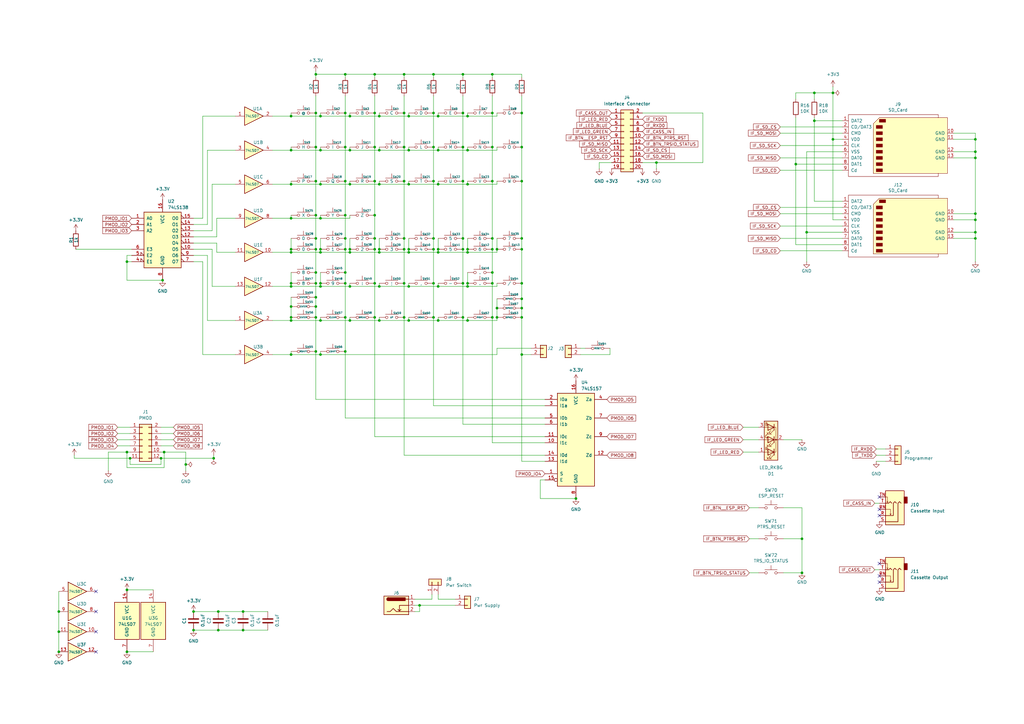
<source format=kicad_sch>
(kicad_sch (version 20250114) (generator "eeschema") (generator_version "9.0")
  (paper "A3")
  (title_block (title "MiniTRS Keyboard") (date "2025-06-13") (rev "1.0"))
  (junction (at 165.735 60.325))
  (junction (at 131.445 103.505))
  (junction (at 119.38 103.505))
  (junction (at 131.445 145.415))
  (junction (at 189.865 60.325))
  (junction (at 165.735 46.355))
  (junction (at 400.05 87.63))
  (junction (at 52.07 241.935))
  (junction (at 213.995 130.175))
  (junction (at 119.38 117.475))
  (junction (at 165.735 116.205))
  (junction (at 179.705 131.445))
  (junction (at 129.54 88.265))
  (junction (at 400.05 57.15))
  (junction (at 87.63 187.96))
  (junction (at 153.67 46.355))
  (junction (at 400.05 62.23))
  (junction (at 89.535 258.445))
  (junction (at 165.735 102.235))
  (junction (at 76.2 190.5))
  (junction (at 129.54 116.205))
  (junction (at 119.38 116.205))
  (junction (at 341.63 38.1))
  (junction (at 89.535 250.825))
  (junction (at 131.445 47.625))
  (junction (at 328.93 234.95))
  (junction (at 155.575 131.445))
  (junction (at 201.93 30.48))
  (junction (at 165.735 74.295))
  (junction (at 129.54 46.355))
  (junction (at 201.93 102.235))
  (junction (at 189.865 46.355))
  (junction (at 236.22 204.47))
  (junction (at 129.54 97.79))
  (junction (at 167.64 47.625))
  (junction (at 131.445 116.205))
  (junction (at 400.05 97.79))
  (junction (at 66.04 187.96))
  (junction (at 213.995 74.295))
  (junction (at 153.67 130.175))
  (junction (at 330.835 95.25))
  (junction (at 141.605 111.76))
  (junction (at 328.93 220.98))
  (junction (at 191.77 117.475))
  (junction (at 24.13 267.335))
  (junction (at 153.67 102.235))
  (junction (at 400.05 64.77))
  (junction (at 155.575 117.475))
  (junction (at 67.31 185.42))
  (junction (at 153.67 60.325))
  (junction (at 129.54 130.175))
  (junction (at 189.865 97.79))
  (junction (at 119.38 130.175))
  (junction (at 203.835 130.175))
  (junction (at 155.575 47.625))
  (junction (at 177.8 46.355))
  (junction (at 99.695 250.825))
  (junction (at 129.54 121.92))
  (junction (at 177.8 97.79))
  (junction (at 201.93 116.205))
  (junction (at 131.445 117.475))
  (junction (at 141.605 130.175))
  (junction (at 213.995 116.205))
  (junction (at 119.38 61.595))
  (junction (at 167.64 75.565))
  (junction (at 119.38 131.445))
  (junction (at 143.51 103.505))
  (junction (at 129.54 144.145))
  (junction (at 191.77 116.205))
  (junction (at 167.64 102.235))
  (junction (at 155.575 103.505))
  (junction (at 201.93 74.295))
  (junction (at 119.38 89.535))
  (junction (at 143.51 117.475))
  (junction (at 179.705 102.235))
  (junction (at 131.445 131.445))
  (junction (at 167.64 131.445))
  (junction (at 141.605 88.265))
  (junction (at 141.605 30.48))
  (junction (at 213.995 102.235))
  (junction (at 165.735 97.79))
  (junction (at 153.67 88.265))
  (junction (at 179.705 117.475))
  (junction (at 165.735 130.175))
  (junction (at 24.13 259.08))
  (junction (at 191.77 131.445))
  (junction (at 143.51 75.565))
  (junction (at 141.605 102.235))
  (junction (at 119.38 145.415))
  (junction (at 52.07 107.315))
  (junction (at 167.64 117.475))
  (junction (at 129.54 102.235))
  (junction (at 334.01 49.53))
  (junction (at 141.605 144.145))
  (junction (at 143.51 131.445))
  (junction (at 141.605 74.295))
  (junction (at 177.8 60.325))
  (junction (at 167.64 103.505))
  (junction (at 119.38 102.235))
  (junction (at 155.575 75.565))
  (junction (at 191.77 102.235))
  (junction (at 143.51 61.595))
  (junction (at 213.995 145.415))
  (junction (at 213.995 126.365))
  (junction (at 167.64 61.595))
  (junction (at 153.67 97.79))
  (junction (at 119.38 125.73))
  (junction (at 131.445 75.565))
  (junction (at 179.705 61.595))
  (junction (at 155.575 61.595))
  (junction (at 141.605 46.355))
  (junction (at 177.8 30.48))
  (junction (at 99.695 258.445))
  (junction (at 341.63 57.15))
  (junction (at 131.445 102.235))
  (junction (at 201.93 46.355))
  (junction (at 269.24 66.675))
  (junction (at 189.865 30.48))
  (junction (at 177.8 74.295))
  (junction (at 213.995 60.325))
  (junction (at 119.38 47.625))
  (junction (at 129.54 111.76))
  (junction (at 326.39 67.31))
  (junction (at 129.54 30.48))
  (junction (at 213.995 97.79))
  (junction (at 129.54 74.295))
  (junction (at 155.575 102.235))
  (junction (at 24.13 250.825))
  (junction (at 177.8 102.235))
  (junction (at 129.54 60.325))
  (junction (at 191.77 103.505))
  (junction (at 213.995 122.555))
  (junction (at 52.07 185.42))
  (junction (at 141.605 116.205))
  (junction (at 153.67 30.48))
  (junction (at 66.675 114.935))
  (junction (at 153.67 116.205))
  (junction (at 129.54 125.73))
  (junction (at 189.865 102.235))
  (junction (at 179.705 75.565))
  (junction (at 131.445 89.535))
  (junction (at 400.05 95.25))
  (junction (at 203.835 126.365))
  (junction (at 334.01 38.1))
  (junction (at 53.34 187.96))
  (junction (at 165.735 30.48))
  (junction (at 191.77 61.595))
  (junction (at 153.67 74.295))
  (junction (at 179.705 47.625))
  (junction (at 203.835 102.235))
  (junction (at 143.51 47.625))
  (junction (at 189.865 74.295))
  (junction (at 201.93 130.175))
  (junction (at 79.375 250.825))
  (junction (at 179.705 103.505))
  (junction (at 172.085 248.285))
  (junction (at 52.07 267.335))
  (junction (at 191.77 47.625))
  (junction (at 191.77 75.565))
  (junction (at 143.51 102.235))
  (junction (at 141.605 97.79))
  (junction (at 177.8 116.205))
  (junction (at 201.93 60.325))
  (junction (at 79.375 258.445))
  (junction (at 141.605 60.325))
  (junction (at 131.445 61.595))
  (junction (at 189.865 116.205))
  (junction (at 119.38 75.565))
  (junction (at 189.865 130.175))
  (junction (at 201.93 111.76))
  (junction (at 400.05 90.17))
  (junction (at 177.8 130.175))
  (junction (at 213.995 46.355))
  (junction (at 201.93 97.79))
  (no_connect (at 360.68 238.76))
  (no_connect (at 39.37 267.335))
  (no_connect (at 360.68 236.22))
  (no_connect (at 39.37 259.08))
  (no_connect (at 360.68 203.835))
  (no_connect (at 360.68 231.14))
  (no_connect (at 39.37 250.825))
  (no_connect (at 360.68 211.455))
  (no_connect (at 39.37 242.57))
  (no_connect (at 360.68 208.915))
  (wire (pts (xy 131.445 103.505) (xy 143.51 103.505)))
  (wire (pts (xy 24.13 259.08) (xy 24.13 267.335)))
  (wire (pts (xy 52.07 114.935) (xy 66.675 114.935)))
  (wire (pts (xy 143.51 130.175) (xy 143.51 131.445)))
  (wire (pts (xy 179.705 61.595) (xy 191.77 61.595)))
  (wire (pts (xy 79.375 94.615) (xy 86.995 94.615)))
  (wire (pts (xy 165.735 60.325) (xy 165.735 74.295)))
  (wire (pts (xy 83.185 89.535) (xy 83.185 47.625)))
  (wire (pts (xy 66.04 187.96) (xy 66.04 190.5)))
  (wire (pts (xy 288.29 46.355) (xy 288.29 66.675)))
  (wire (pts (xy 263.525 46.355) (xy 288.29 46.355)))
  (wire (pts (xy 213.995 46.355) (xy 213.995 60.325)))
  (wire (pts (xy 131.445 61.595) (xy 143.51 61.595)))
  (wire (pts (xy 129.54 116.205) (xy 129.54 121.92)))
  (wire (pts (xy 119.38 121.92) (xy 119.38 125.73)))
  (wire (pts (xy 221.615 204.47) (xy 236.22 204.47)))
  (wire (pts (xy 155.575 97.79) (xy 155.575 102.235)))
  (wire (pts (xy 179.705 47.625) (xy 191.77 47.625)))
  (wire (pts (xy 201.93 60.325) (xy 201.93 74.295)))
  (wire (pts (xy 111.76 47.625) (xy 119.38 47.625)))
  (wire (pts (xy 119.38 75.565) (xy 131.445 75.565)))
  (wire (pts (xy 326.39 38.1) (xy 334.01 38.1)))
  (wire (pts (xy 129.54 125.73) (xy 129.54 130.175)))
  (wire (pts (xy 177.8 102.235) (xy 177.8 116.205)))
  (wire (pts (xy 66.04 187.96) (xy 87.63 187.96)))
  (wire (pts (xy 155.575 103.505) (xy 167.64 103.505)))
  (wire (pts (xy 141.605 74.295) (xy 141.605 88.265)))
  (wire (pts (xy 153.67 88.265) (xy 153.67 97.79)))
  (wire (pts (xy 44.45 185.42) (xy 52.07 185.42)))
  (wire (pts (xy 44.45 185.42) (xy 44.45 193.04)))
  (wire (pts (xy 83.185 107.315) (xy 83.185 145.415)))
  (wire (pts (xy 191.77 61.595) (xy 203.835 61.595)))
  (wire (pts (xy 141.605 46.355) (xy 141.605 60.325)))
  (wire (pts (xy 165.735 39.37) (xy 165.735 46.355)))
  (wire (pts (xy 165.735 46.355) (xy 165.735 60.325)))
  (wire (pts (xy 141.605 102.235) (xy 141.605 111.76)))
  (wire (pts (xy 129.54 30.48) (xy 129.54 31.75)))
  (wire (pts (xy 131.445 145.415) (xy 203.835 145.415)))
  (wire (pts (xy 177.8 116.205) (xy 177.8 130.175)))
  (wire (pts (xy 191.77 60.325) (xy 191.77 61.595)))
  (wire (pts (xy 53.975 104.775) (xy 52.07 104.775)))
  (wire (pts (xy 129.54 97.79) (xy 129.54 102.235)))
  (wire (pts (xy 153.67 130.175) (xy 153.67 179.07)))
  (wire (pts (xy 201.93 111.76) (xy 201.93 116.205)))
  (wire (pts (xy 330.835 62.23) (xy 330.835 95.25)))
  (wire (pts (xy 359.41 184.15) (xy 363.22 184.15)))
  (wire (pts (xy 391.16 62.23) (xy 400.05 62.23)))
  (wire (pts (xy 24.13 250.825) (xy 24.13 259.08)))
  (wire (pts (xy 141.605 31.75) (xy 141.605 30.48)))
  (wire (pts (xy 167.64 103.505) (xy 179.705 103.505)))
  (wire (pts (xy 119.38 131.445) (xy 131.445 131.445)))
  (wire (pts (xy 320.04 59.69) (xy 345.44 59.69)))
  (wire (pts (xy 79.375 89.535) (xy 83.185 89.535)))
  (wire (pts (xy 311.15 180.34) (xy 304.8 180.34)))
  (wire (pts (xy 83.185 47.625) (xy 96.52 47.625)))
  (wire (pts (xy 167.64 116.205) (xy 167.64 117.475)))
  (wire (pts (xy 203.835 131.445) (xy 203.835 130.175)))
  (wire (pts (xy 119.38 74.295) (xy 119.38 75.565)))
  (wire (pts (xy 67.31 185.42) (xy 67.31 191.77)))
  (wire (pts (xy 119.38 144.145) (xy 119.38 145.415)))
  (wire (pts (xy 129.54 30.48) (xy 141.605 30.48)))
  (wire (pts (xy 155.575 116.205) (xy 155.575 117.475)))
  (wire (pts (xy 191.77 102.235) (xy 191.77 103.505)))
  (wire (pts (xy 263.525 66.675) (xy 269.24 66.675)))
  (wire (pts (xy 66.04 177.8) (xy 71.12 177.8)))
  (wire (pts (xy 191.77 130.175) (xy 191.77 131.445)))
  (wire (pts (xy 400.05 90.17) (xy 400.05 95.25)))
  (wire (pts (xy 143.51 131.445) (xy 155.575 131.445)))
  (wire (pts (xy 179.705 74.295) (xy 179.705 75.565)))
  (wire (pts (xy 191.77 111.76) (xy 191.77 116.205)))
  (wire (pts (xy 189.865 46.355) (xy 189.865 60.325)))
  (wire (pts (xy 311.15 175.26) (xy 304.8 175.26)))
  (wire (pts (xy 400.05 64.77) (xy 400.05 87.63)))
  (wire (pts (xy 53.34 185.42) (xy 52.07 185.42)))
  (wire (pts (xy 99.695 250.825) (xy 109.855 250.825)))
  (wire (pts (xy 143.51 47.625) (xy 155.575 47.625)))
  (wire (pts (xy 119.38 116.205) (xy 119.38 117.475)))
  (wire (pts (xy 52.07 107.315) (xy 52.07 114.935)))
  (wire (pts (xy 177.8 39.37) (xy 177.8 46.355)))
  (wire (pts (xy 400.05 87.63) (xy 400.05 90.17)))
  (wire (pts (xy 179.705 245.745) (xy 179.705 243.84)))
  (wire (pts (xy 48.26 177.8) (xy 53.34 177.8)))
  (wire (pts (xy 141.605 116.205) (xy 141.605 130.175)))
  (wire (pts (xy 167.64 75.565) (xy 179.705 75.565)))
  (wire (pts (xy 143.51 97.79) (xy 143.51 102.235)))
  (wire (pts (xy 189.865 116.205) (xy 189.865 130.175)))
  (wire (pts (xy 201.93 97.79) (xy 201.93 102.235)))
  (wire (pts (xy 320.04 92.71) (xy 345.44 92.71)))
  (wire (pts (xy 24.13 242.57) (xy 24.13 250.825)))
  (wire (pts (xy 320.04 97.79) (xy 345.44 97.79)))
  (wire (pts (xy 153.67 60.325) (xy 153.67 74.295)))
  (wire (pts (xy 86.995 94.615) (xy 86.995 75.565)))
  (wire (pts (xy 177.165 245.745) (xy 177.165 243.84)))
  (wire (pts (xy 213.995 189.23) (xy 223.52 189.23)))
  (wire (pts (xy 189.865 97.79) (xy 189.865 102.235)))
  (wire (pts (xy 87.63 186.69) (xy 87.63 187.96)))
  (wire (pts (xy 213.995 116.205) (xy 213.995 122.555)))
  (wire (pts (xy 345.44 57.15) (xy 341.63 57.15)))
  (wire (pts (xy 141.605 30.48) (xy 153.67 30.48)))
  (wire (pts (xy 179.705 116.205) (xy 179.705 117.475)))
  (wire (pts (xy 155.575 74.295) (xy 155.575 75.565)))
  (wire (pts (xy 179.705 102.235) (xy 179.705 103.505)))
  (wire (pts (xy 191.77 75.565) (xy 203.835 75.565)))
  (wire (pts (xy 391.16 54.61) (xy 400.05 54.61)))
  (wire (pts (xy 203.835 117.475) (xy 203.835 116.205)))
  (wire (pts (xy 201.93 130.175) (xy 201.93 181.61)))
  (wire (pts (xy 119.38 145.415) (xy 131.445 145.415)))
  (wire (pts (xy 321.31 234.95) (xy 328.93 234.95)))
  (wire (pts (xy 223.52 196.85) (xy 221.615 196.85)))
  (wire (pts (xy 391.16 87.63) (xy 400.05 87.63)))
  (wire (pts (xy 131.445 130.175) (xy 131.445 131.445)))
  (wire (pts (xy 167.64 97.79) (xy 167.64 102.235)))
  (wire (pts (xy 320.04 64.77) (xy 345.44 64.77)))
  (wire (pts (xy 131.445 97.79) (xy 131.445 102.235)))
  (wire (pts (xy 179.705 75.565) (xy 191.77 75.565)))
  (wire (pts (xy 165.735 186.69) (xy 223.52 186.69)))
  (wire (pts (xy 400.05 97.79) (xy 400.05 107.315)))
  (wire (pts (xy 326.39 67.31) (xy 326.39 100.33)))
  (wire (pts (xy 179.705 97.79) (xy 179.705 102.235)))
  (wire (pts (xy 131.445 117.475) (xy 143.51 117.475)))
  (wire (pts (xy 341.63 57.15) (xy 341.63 38.1)))
  (wire (pts (xy 189.865 102.235) (xy 189.865 116.205)))
  (wire (pts (xy 88.9 97.155) (xy 88.9 89.535)))
  (wire (pts (xy 129.54 39.37) (xy 129.54 46.355)))
  (wire (pts (xy 177.8 31.75) (xy 177.8 30.48)))
  (wire (pts (xy 76.2 185.42) (xy 76.2 190.5)))
  (wire (pts (xy 320.04 52.07) (xy 345.44 52.07)))
  (wire (pts (xy 191.77 97.79) (xy 191.77 102.235)))
  (wire (pts (xy 167.64 47.625) (xy 179.705 47.625)))
  (wire (pts (xy 203.835 142.875) (xy 203.835 145.415)))
  (wire (pts (xy 119.38 117.475) (xy 131.445 117.475)))
  (wire (pts (xy 191.77 47.625) (xy 203.835 47.625)))
  (wire (pts (xy 155.575 130.175) (xy 155.575 131.445)))
  (wire (pts (xy 99.695 258.445) (xy 109.855 258.445)))
  (wire (pts (xy 189.865 74.295) (xy 189.865 97.79)))
  (wire (pts (xy 203.835 142.875) (xy 217.805 142.875)))
  (wire (pts (xy 170.18 245.745) (xy 177.165 245.745)))
  (wire (pts (xy 155.575 47.625) (xy 155.575 46.355)))
  (wire (pts (xy 191.77 116.205) (xy 191.77 117.475)))
  (wire (pts (xy 334.01 49.53) (xy 334.01 48.26)))
  (wire (pts (xy 177.8 46.355) (xy 177.8 60.325)))
  (wire (pts (xy 359.41 186.69) (xy 363.22 186.69)))
  (wire (pts (xy 320.04 87.63) (xy 345.44 87.63)))
  (wire (pts (xy 179.705 47.625) (xy 179.705 46.355)))
  (wire (pts (xy 86.995 75.565) (xy 96.52 75.565)))
  (wire (pts (xy 201.93 30.48) (xy 213.995 30.48)))
  (wire (pts (xy 129.54 130.175) (xy 129.54 144.145)))
  (wire (pts (xy 201.93 116.205) (xy 201.93 130.175)))
  (wire (pts (xy 203.835 97.79) (xy 203.835 102.235)))
  (wire (pts (xy 391.16 57.15) (xy 400.05 57.15)))
  (wire (pts (xy 345.44 95.25) (xy 330.835 95.25)))
  (wire (pts (xy 155.575 131.445) (xy 167.64 131.445)))
  (wire (pts (xy 167.64 47.625) (xy 167.64 46.355)))
  (wire (pts (xy 189.865 39.37) (xy 189.865 46.355)))
  (wire (pts (xy 189.865 60.325) (xy 189.865 74.295)))
  (wire (pts (xy 119.38 61.595) (xy 131.445 61.595)))
  (wire (pts (xy 167.64 131.445) (xy 179.705 131.445)))
  (wire (pts (xy 320.04 69.85) (xy 345.44 69.85)))
  (wire (pts (xy 320.04 102.87) (xy 345.44 102.87)))
  (wire (pts (xy 191.77 47.625) (xy 191.77 46.355)))
  (wire (pts (xy 201.93 74.295) (xy 201.93 97.79)))
  (wire (pts (xy 155.575 47.625) (xy 167.64 47.625)))
  (wire (pts (xy 83.185 145.415) (xy 96.52 145.415)))
  (wire (pts (xy 131.445 75.565) (xy 143.51 75.565)))
  (wire (pts (xy 321.31 208.28) (xy 328.93 208.28)))
  (wire (pts (xy 400.05 57.15) (xy 400.05 62.23)))
  (wire (pts (xy 129.54 74.295) (xy 129.54 88.265)))
  (wire (pts (xy 213.995 122.555) (xy 213.995 126.365)))
  (wire (pts (xy 143.51 74.295) (xy 143.51 75.565)))
  (wire (pts (xy 143.51 60.325) (xy 143.51 61.595)))
  (wire (pts (xy 141.605 171.45) (xy 223.52 171.45)))
  (wire (pts (xy 345.44 62.23) (xy 330.835 62.23)))
  (wire (pts (xy 155.575 61.595) (xy 167.64 61.595)))
  (wire (pts (xy 67.31 191.77) (xy 52.07 191.77)))
  (wire (pts (xy 341.63 38.1) (xy 334.01 38.1)))
  (wire (pts (xy 85.09 104.775) (xy 85.09 131.445)))
  (wire (pts (xy 341.63 38.1) (xy 341.63 35.56)))
  (wire (pts (xy 129.54 121.92) (xy 129.54 125.73)))
  (wire (pts (xy 221.615 196.85) (xy 221.615 204.47)))
  (wire (pts (xy 391.16 95.25) (xy 400.05 95.25)))
  (wire (pts (xy 85.09 61.595) (xy 96.52 61.595)))
  (wire (pts (xy 177.8 74.295) (xy 177.8 97.79)))
  (wire (pts (xy 203.835 126.365) (xy 203.835 130.175)))
  (wire (pts (xy 250.19 145.415) (xy 250.19 142.875)))
  (wire (pts (xy 53.975 107.315) (xy 52.07 107.315)))
  (wire (pts (xy 131.445 47.625) (xy 131.445 46.355)))
  (wire (pts (xy 400.05 95.25) (xy 400.05 97.79)))
  (wire (pts (xy 153.67 74.295) (xy 153.67 88.265)))
  (wire (pts (xy 326.39 100.33) (xy 345.44 100.33)))
  (wire (pts (xy 213.995 31.75) (xy 213.995 30.48)))
  (wire (pts (xy 167.64 60.325) (xy 167.64 61.595)))
  (wire (pts (xy 203.835 47.625) (xy 203.835 46.355)))
  (wire (pts (xy 131.445 88.265) (xy 131.445 89.535)))
  (wire (pts (xy 177.8 30.48) (xy 189.865 30.48)))
  (wire (pts (xy 172.085 248.285) (xy 172.085 250.825)))
  (wire (pts (xy 345.44 90.17) (xy 341.63 90.17)))
  (wire (pts (xy 52.07 191.77) (xy 52.07 185.42)))
  (wire (pts (xy 155.575 60.325) (xy 155.575 61.595)))
  (wire (pts (xy 129.54 163.83) (xy 223.52 163.83)))
  (wire (pts (xy 165.735 74.295) (xy 165.735 97.79)))
  (wire (pts (xy 172.085 250.825) (xy 170.18 250.825)))
  (wire (pts (xy 89.535 250.825) (xy 99.695 250.825)))
  (wire (pts (xy 119.38 88.265) (xy 119.38 89.535)))
  (wire (pts (xy 129.54 88.265) (xy 129.54 97.79)))
  (wire (pts (xy 119.38 111.76) (xy 119.38 116.205)))
  (wire (pts (xy 201.93 102.235) (xy 201.93 111.76)))
  (wire (pts (xy 111.76 89.535) (xy 119.38 89.535)))
  (wire (pts (xy 213.995 145.415) (xy 213.995 189.23)))
  (wire (pts (xy 111.76 117.475) (xy 119.38 117.475)))
  (wire (pts (xy 201.93 31.75) (xy 201.93 30.48)))
  (wire (pts (xy 119.38 102.235) (xy 119.38 103.505)))
  (wire (pts (xy 191.77 131.445) (xy 203.835 131.445)))
  (wire (pts (xy 111.76 145.415) (xy 119.38 145.415)))
  (wire (pts (xy 66.04 185.42) (xy 67.31 185.42)))
  (wire (pts (xy 191.77 103.505) (xy 203.835 103.505)))
  (wire (pts (xy 203.835 75.565) (xy 203.835 74.295)))
  (wire (pts (xy 189.865 173.99) (xy 223.52 173.99)))
  (wire (pts (xy 79.375 102.235) (xy 86.995 102.235)))
  (wire (pts (xy 79.375 104.775) (xy 85.09 104.775)))
  (wire (pts (xy 155.575 102.235) (xy 155.575 103.505)))
  (wire (pts (xy 143.51 46.355) (xy 143.51 47.625)))
  (wire (pts (xy 67.31 185.42) (xy 76.2 185.42)))
  (wire (pts (xy 320.04 85.09) (xy 345.44 85.09)))
  (wire (pts (xy 203.835 61.595) (xy 203.835 60.325)))
  (wire (pts (xy 119.38 97.79) (xy 119.38 102.235)))
  (wire (pts (xy 48.26 175.26) (xy 53.34 175.26)))
  (wire (pts (xy 288.29 66.675) (xy 269.24 66.675)))
  (wire (pts (xy 141.605 88.265) (xy 141.605 97.79)))
  (wire (pts (xy 141.605 39.37) (xy 141.605 46.355)))
  (wire (pts (xy 111.76 131.445) (xy 119.38 131.445)))
  (wire (pts (xy 334.01 49.53) (xy 334.01 82.55)))
  (wire (pts (xy 189.865 31.75) (xy 189.865 30.48)))
  (wire (pts (xy 203.835 103.505) (xy 203.835 102.235)))
  (wire (pts (xy 167.64 102.235) (xy 167.64 103.505)))
  (wire (pts (xy 363.22 189.23) (xy 359.41 189.23)))
  (wire (pts (xy 326.39 48.26) (xy 326.39 67.31)))
  (wire (pts (xy 213.995 74.295) (xy 213.995 97.79)))
  (wire (pts (xy 86.995 117.475) (xy 96.52 117.475)))
  (wire (pts (xy 143.51 117.475) (xy 155.575 117.475)))
  (wire (pts (xy 66.04 180.34) (xy 71.12 180.34)))
  (wire (pts (xy 203.835 122.555) (xy 203.835 126.365)))
  (wire (pts (xy 189.865 130.175) (xy 189.865 173.99)))
  (wire (pts (xy 177.8 130.175) (xy 177.8 166.37)))
  (wire (pts (xy 52.07 104.775) (xy 52.07 107.315)))
  (wire (pts (xy 153.67 102.235) (xy 153.67 116.205)))
  (wire (pts (xy 345.44 49.53) (xy 334.01 49.53)))
  (wire (pts (xy 76.2 190.5) (xy 76.2 193.04)))
  (wire (pts (xy 311.15 185.42) (xy 304.8 185.42)))
  (wire (pts (xy 391.16 97.79) (xy 400.05 97.79)))
  (wire (pts (xy 131.445 116.205) (xy 131.445 117.475)))
  (wire (pts (xy 400.05 54.61) (xy 400.05 57.15)))
  (wire (pts (xy 52.07 241.935) (xy 62.865 241.935)))
  (wire (pts (xy 213.995 60.325) (xy 213.995 74.295)))
  (wire (pts (xy 400.05 62.23) (xy 400.05 64.77)))
  (wire (pts (xy 191.77 117.475) (xy 203.835 117.475)))
  (wire (pts (xy 153.67 46.355) (xy 153.67 60.325)))
  (wire (pts (xy 143.51 61.595) (xy 155.575 61.595)))
  (wire (pts (xy 88.9 103.505) (xy 88.9 99.695)))
  (wire (pts (xy 170.18 248.285) (xy 172.085 248.285)))
  (wire (pts (xy 179.705 103.505) (xy 191.77 103.505)))
  (wire (pts (xy 119.38 89.535) (xy 131.445 89.535)))
  (wire (pts (xy 165.735 102.235) (xy 165.735 116.205)))
  (wire (pts (xy 85.09 92.075) (xy 85.09 61.595)))
  (wire (pts (xy 167.64 74.295) (xy 167.64 75.565)))
  (wire (pts (xy 131.445 131.445) (xy 143.51 131.445)))
  (wire (pts (xy 129.54 60.325) (xy 129.54 74.295)))
  (wire (pts (xy 30.48 186.69) (xy 30.48 187.96)))
  (wire (pts (xy 53.34 190.5) (xy 53.34 187.96)))
  (wire (pts (xy 321.31 220.98) (xy 328.93 220.98)))
  (wire (pts (xy 31.115 102.235) (xy 53.975 102.235)))
  (wire (pts (xy 155.575 75.565) (xy 167.64 75.565)))
  (wire (pts (xy 119.38 47.625) (xy 131.445 47.625)))
  (wire (pts (xy 143.51 89.535) (xy 143.51 88.265)))
  (wire (pts (xy 131.445 102.235) (xy 131.445 103.505)))
  (wire (pts (xy 213.995 97.79) (xy 213.995 102.235)))
  (wire (pts (xy 165.735 30.48) (xy 177.8 30.48)))
  (wire (pts (xy 131.445 111.76) (xy 131.445 116.205)))
  (wire (pts (xy 129.54 144.145) (xy 129.54 163.83)))
  (wire (pts (xy 238.125 145.415) (xy 250.19 145.415)))
  (wire (pts (xy 167.64 130.175) (xy 167.64 131.445)))
  (wire (pts (xy 85.09 131.445) (xy 96.52 131.445)))
  (wire (pts (xy 131.445 144.145) (xy 131.445 145.415)))
  (wire (pts (xy 141.605 60.325) (xy 141.605 74.295)))
  (wire (pts (xy 213.995 39.37) (xy 213.995 46.355)))
  (wire (pts (xy 88.9 103.505) (xy 96.52 103.505)))
  (wire (pts (xy 245.745 69.215) (xy 245.745 66.675)))
  (wire (pts (xy 326.39 67.31) (xy 345.44 67.31)))
  (wire (pts (xy 358.775 206.375) (xy 360.68 206.375)))
  (wire (pts (xy 119.38 130.175) (xy 119.38 131.445)))
  (wire (pts (xy 79.375 92.075) (xy 85.09 92.075)))
  (wire (pts (xy 179.705 131.445) (xy 191.77 131.445)))
  (wire (pts (xy 213.995 126.365) (xy 213.995 130.175)))
  (wire (pts (xy 79.375 99.695) (xy 88.9 99.695)))
  (wire (pts (xy 341.63 57.15) (xy 341.63 90.17)))
  (wire (pts (xy 179.705 117.475) (xy 191.77 117.475)))
  (wire (pts (xy 153.67 97.79) (xy 153.67 102.235)))
  (wire (pts (xy 179.705 245.745) (xy 186.69 245.745)))
  (wire (pts (xy 153.67 116.205) (xy 153.67 130.175)))
  (wire (pts (xy 111.76 75.565) (xy 119.38 75.565)))
  (wire (pts (xy 213.995 130.175) (xy 213.995 145.415)))
  (wire (pts (xy 245.745 66.675) (xy 250.825 66.675)))
  (wire (pts (xy 328.93 220.98) (xy 328.93 234.95)))
  (wire (pts (xy 119.38 103.505) (xy 131.445 103.505)))
  (wire (pts (xy 307.34 234.95) (xy 311.15 234.95)))
  (wire (pts (xy 269.24 66.675) (xy 269.24 69.215)))
  (wire (pts (xy 358.775 233.68) (xy 360.68 233.68)))
  (wire (pts (xy 179.705 60.325) (xy 179.705 61.595)))
  (wire (pts (xy 391.16 64.77) (xy 400.05 64.77)))
  (wire (pts (xy 201.93 46.355) (xy 201.93 60.325)))
  (wire (pts (xy 238.125 142.875) (xy 240.03 142.875)))
  (wire (pts (xy 86.995 102.235) (xy 86.995 117.475)))
  (wire (pts (xy 141.605 144.145) (xy 141.605 171.45)))
  (wire (pts (xy 52.07 267.335) (xy 62.865 267.335)))
  (wire (pts (xy 391.16 90.17) (xy 400.05 90.17)))
  (wire (pts (xy 66.04 190.5) (xy 53.34 190.5)))
  (wire (pts (xy 111.76 61.595) (xy 119.38 61.595)))
  (wire (pts (xy 330.835 95.25) (xy 330.835 107.315)))
  (wire (pts (xy 167.64 61.595) (xy 179.705 61.595)))
  (wire (pts (xy 89.535 258.445) (xy 99.695 258.445)))
  (wire (pts (xy 141.605 130.175) (xy 141.605 144.145)))
  (wire (pts (xy 79.375 107.315) (xy 83.185 107.315)))
  (wire (pts (xy 213.995 145.415) (xy 217.805 145.415)))
  (wire (pts (xy 119.38 47.625) (xy 119.38 46.355)))
  (wire (pts (xy 79.375 258.445) (xy 89.535 258.445)))
  (wire (pts (xy 345.44 82.55) (xy 334.01 82.55)))
  (wire (pts (xy 143.51 75.565) (xy 155.575 75.565)))
  (wire (pts (xy 153.67 39.37) (xy 153.67 46.355)))
  (wire (pts (xy 119.38 125.73) (xy 119.38 130.175)))
  (wire (pts (xy 30.48 187.96) (xy 53.34 187.96)))
  (wire (pts (xy 307.34 208.28) (xy 311.15 208.28)))
  (wire (pts (xy 143.51 102.235) (xy 143.51 103.505)))
  (wire (pts (xy 177.8 60.325) (xy 177.8 74.295)))
  (wire (pts (xy 165.735 31.75) (xy 165.735 30.48)))
  (wire (pts (xy 213.995 102.235) (xy 213.995 116.205)))
  (wire (pts (xy 48.26 182.88) (xy 53.34 182.88)))
  (wire (pts (xy 165.735 97.79) (xy 165.735 102.235)))
  (wire (pts (xy 131.445 74.295) (xy 131.445 75.565)))
  (wire (pts (xy 320.04 54.61) (xy 345.44 54.61)))
  (wire (pts (xy 119.38 60.325) (xy 119.38 61.595)))
  (wire (pts (xy 79.375 250.825) (xy 89.535 250.825)))
  (wire (pts (xy 172.085 248.285) (xy 186.69 248.285)))
  (wire (pts (xy 141.605 97.79) (xy 141.605 102.235)))
  (wire (pts (xy 143.51 116.205) (xy 143.51 117.475)))
  (wire (pts (xy 189.865 30.48) (xy 201.93 30.48)))
  (wire (pts (xy 143.51 103.505) (xy 155.575 103.505)))
  (wire (pts (xy 131.445 47.625) (xy 143.51 47.625)))
  (wire (pts (xy 177.8 166.37) (xy 223.52 166.37)))
  (wire (pts (xy 129.54 111.76) (xy 129.54 116.205)))
  (wire (pts (xy 131.445 60.325) (xy 131.445 61.595)))
  (wire (pts (xy 179.705 130.175) (xy 179.705 131.445)))
  (wire (pts (xy 141.605 111.76) (xy 141.605 116.205)))
  (wire (pts (xy 326.39 40.64) (xy 326.39 38.1)))
  (wire (pts (xy 66.04 182.88) (xy 71.12 182.88)))
  (wire (pts (xy 155.575 117.475) (xy 167.64 117.475)))
  (wire (pts (xy 88.9 89.535) (xy 96.52 89.535)))
  (wire (pts (xy 66.04 175.26) (xy 71.12 175.26)))
  (wire (pts (xy 153.67 30.48) (xy 165.735 30.48)))
  (wire (pts (xy 307.34 220.98) (xy 311.15 220.98)))
  (wire (pts (xy 129.54 29.21) (xy 129.54 30.48)))
  (wire (pts (xy 328.93 180.34) (xy 321.31 180.34)))
  (wire (pts (xy 153.67 31.75) (xy 153.67 30.48)))
  (wire (pts (xy 165.735 130.175) (xy 165.735 186.69)))
  (wire (pts (xy 191.77 74.295) (xy 191.77 75.565)))
  (wire (pts (xy 129.54 46.355) (xy 129.54 60.325)))
  (wire (pts (xy 201.93 181.61) (xy 223.52 181.61)))
  (wire (pts (xy 177.8 97.79) (xy 177.8 102.235)))
  (wire (pts (xy 328.93 208.28) (xy 328.93 220.98)))
  (wire (pts (xy 111.76 103.505) (xy 119.38 103.505)))
  (wire (pts (xy 167.64 117.475) (xy 179.705 117.475)))
  (wire (pts (xy 334.01 38.1) (xy 334.01 40.64)))
  (wire (pts (xy 153.67 179.07) (xy 223.52 179.07)))
  (wire (pts (xy 48.26 180.34) (xy 53.34 180.34)))
  (wire (pts (xy 165.735 116.205) (xy 165.735 130.175)))
  (wire (pts (xy 79.375 97.155) (xy 88.9 97.155)))
  (wire (pts (xy 129.54 102.235) (xy 129.54 111.76)))
  (wire (pts (xy 201.93 39.37) (xy 201.93 46.355)))
  (wire (pts (xy 131.445 89.535) (xy 143.51 89.535)))
  (global_label "IF_SD_CS" (shape input) (at 263.525 61.595 0) (property "Intersheetrefs" "${INTERSHEET_REFS}" (effects (hide yes))))
  (global_label "PMOD_IO7" (shape input) (at 71.12 180.34 0) (property "Intersheetrefs" "${INTERSHEET_REFS}" (effects (hide yes))))
  (global_label "IF_RXD0" (shape input) (at 263.525 51.435 0) (property "Intersheetrefs" "${INTERSHEET_REFS}" (effects (hide yes))))
  (global_label "PMOD_IO1" (shape input) (at 48.26 175.26 180) (property "Intersheetrefs" "${INTERSHEET_REFS}" (effects (hide yes))))
  (global_label "IF_BTN__ESP_RST" (shape input) (at 307.34 208.28 180) (property "Intersheetrefs" "${INTERSHEET_REFS}" (effects (hide yes))))
  (global_label "IF_SD_MISO" (shape input) (at 320.04 64.77 180) (property "Intersheetrefs" "${INTERSHEET_REFS}" (effects (hide yes))))
  (global_label "PMOD_IO8" (shape input) (at 248.92 186.69 0) (property "Intersheetrefs" "${INTERSHEET_REFS}" (effects (hide yes))))
  (global_label "IF_SD_SCK" (shape input) (at 320.04 59.69 180) (property "Intersheetrefs" "${INTERSHEET_REFS}" (effects (hide yes))))
  (global_label "IF_SD_CS" (shape input) (at 320.04 85.09 180) (property "Intersheetrefs" "${INTERSHEET_REFS}" (effects (hide yes))))
  (global_label "IF_CASS_IN" (shape input) (at 358.775 206.375 180) (property "Intersheetrefs" "${INTERSHEET_REFS}" (effects (hide yes))))
  (global_label "PMOD_IO2" (shape input) (at 48.26 177.8 180) (property "Intersheetrefs" "${INTERSHEET_REFS}" (effects (hide yes))))
  (global_label "IF_SD_CD" (shape input) (at 250.825 64.135 180) (property "Intersheetrefs" "${INTERSHEET_REFS}" (effects (hide yes))))
  (global_label "IF_BTN__ESP_RST" (shape input) (at 250.825 56.515 180) (property "Intersheetrefs" "${INTERSHEET_REFS}" (effects (hide yes))))
  (global_label "IF_SD_MOSI" (shape input) (at 320.04 87.63 180) (property "Intersheetrefs" "${INTERSHEET_REFS}" (effects (hide yes))))
  (global_label "IF_LED_BLUE" (shape input) (at 250.825 51.435 180) (property "Intersheetrefs" "${INTERSHEET_REFS}" (effects (hide yes))))
  (global_label "IF_LED_BLUE" (shape input) (at 304.8 175.26 180) (property "Intersheetrefs" "${INTERSHEET_REFS}" (effects (hide yes))))
  (global_label "PMOD_IO4" (shape input) (at 48.26 182.88 180) (property "Intersheetrefs" "${INTERSHEET_REFS}" (effects (hide yes))))
  (global_label "IF_TXD0" (shape input) (at 359.41 186.69 180) (property "Intersheetrefs" "${INTERSHEET_REFS}" (effects (hide yes))))
  (global_label "IF_SD_CD" (shape input) (at 320.04 69.85 180) (property "Intersheetrefs" "${INTERSHEET_REFS}" (effects (hide yes))))
  (global_label "IF_TXD0" (shape input) (at 263.525 48.895 0) (property "Intersheetrefs" "${INTERSHEET_REFS}" (effects (hide yes))))
  (global_label "PMOD_IO3" (shape input) (at 48.26 180.34 180) (property "Intersheetrefs" "${INTERSHEET_REFS}" (effects (hide yes))))
  (global_label "IF_CASS_OUT" (shape input) (at 250.825 46.355 180) (property "Intersheetrefs" "${INTERSHEET_REFS}" (effects (hide yes))))
  (global_label "PMOD_IO3" (shape input) (at 53.975 94.615 180) (property "Intersheetrefs" "${INTERSHEET_REFS}" (effects (hide yes))))
  (global_label "PMOD_IO8" (shape input) (at 71.12 182.88 0) (property "Intersheetrefs" "${INTERSHEET_REFS}" (effects (hide yes))))
  (global_label "IF_SD_SCK" (shape input) (at 250.825 61.595 180) (property "Intersheetrefs" "${INTERSHEET_REFS}" (effects (hide yes))))
  (global_label "IF_SD_MISO" (shape input) (at 320.04 97.79 180) (property "Intersheetrefs" "${INTERSHEET_REFS}" (effects (hide yes))))
  (global_label "IF_CASS_OUT" (shape input) (at 358.775 233.68 180) (property "Intersheetrefs" "${INTERSHEET_REFS}" (effects (hide yes))))
  (global_label "IF_SD_MISO" (shape input) (at 250.825 59.055 180) (property "Intersheetrefs" "${INTERSHEET_REFS}" (effects (hide yes))))
  (global_label "IF_LED_RED" (shape input) (at 250.825 48.895 180) (property "Intersheetrefs" "${INTERSHEET_REFS}" (effects (hide yes))))
  (global_label "IF_CASS_IN" (shape input) (at 263.525 53.975 0) (property "Intersheetrefs" "${INTERSHEET_REFS}" (effects (hide yes))))
  (global_label "PMOD_IO6" (shape input) (at 71.12 177.8 0) (property "Intersheetrefs" "${INTERSHEET_REFS}" (effects (hide yes))))
  (global_label "IF_LED_GREEN" (shape input) (at 304.8 180.34 180) (property "Intersheetrefs" "${INTERSHEET_REFS}" (effects (hide yes))))
  (global_label "IF_SD_SCK" (shape input) (at 320.04 92.71 180) (property "Intersheetrefs" "${INTERSHEET_REFS}" (effects (hide yes))))
  (global_label "IF_SD_CS" (shape input) (at 320.04 52.07 180) (property "Intersheetrefs" "${INTERSHEET_REFS}" (effects (hide yes))))
  (global_label "PMOD_IO7" (shape input) (at 248.92 179.07 0) (property "Intersheetrefs" "${INTERSHEET_REFS}" (effects (hide yes))))
  (global_label "PMOD_IO5" (shape input) (at 248.92 163.83 0) (property "Intersheetrefs" "${INTERSHEET_REFS}" (effects (hide yes))))
  (global_label "IF_SD_MOSI" (shape input) (at 320.04 54.61 180) (property "Intersheetrefs" "${INTERSHEET_REFS}" (effects (hide yes))))
  (global_label "PMOD_IO6" (shape input) (at 248.92 171.45 0) (property "Intersheetrefs" "${INTERSHEET_REFS}" (effects (hide yes))))
  (global_label "PMOD_IO5" (shape input) (at 71.12 175.26 0) (property "Intersheetrefs" "${INTERSHEET_REFS}" (effects (hide yes))))
  (global_label "IF_LED_RED" (shape input) (at 304.8 185.42 180) (property "Intersheetrefs" "${INTERSHEET_REFS}" (effects (hide yes))))
  (global_label "PMOD_IO4" (shape input) (at 223.52 194.31 180) (property "Intersheetrefs" "${INTERSHEET_REFS}" (effects (hide yes))))
  (global_label "IF_BTN_PTRS_RST" (shape input) (at 307.34 220.98 180) (property "Intersheetrefs" "${INTERSHEET_REFS}" (effects (hide yes))))
  (global_label "IF_BTN_TRSIO_STATUS" (shape input) (at 263.525 59.055 0) (property "Intersheetrefs" "${INTERSHEET_REFS}" (effects (hide yes))))
  (global_label "IF_SD_CD" (shape input) (at 320.04 102.87 180) (property "Intersheetrefs" "${INTERSHEET_REFS}" (effects (hide yes))))
  (global_label "IF_BTN_PTRS_RST" (shape input) (at 263.525 56.515 0) (property "Intersheetrefs" "${INTERSHEET_REFS}" (effects (hide yes))))
  (global_label "IF_LED_GREEN" (shape input) (at 250.825 53.975 180) (property "Intersheetrefs" "${INTERSHEET_REFS}" (effects (hide yes))))
  (global_label "PMOD_IO2" (shape input) (at 53.975 92.075 180) (property "Intersheetrefs" "${INTERSHEET_REFS}" (effects (hide yes))))
  (global_label "IF_RXD0" (shape input) (at 359.41 184.15 180) (property "Intersheetrefs" "${INTERSHEET_REFS}" (effects (hide yes))))
  (global_label "PMOD_IO1" (shape input) (at 53.975 89.535 180) (property "Intersheetrefs" "${INTERSHEET_REFS}" (effects (hide yes))))
  (global_label "IF_BTN_TRSIO_STATUS" (shape input) (at 307.34 234.95 180) (property "Intersheetrefs" "${INTERSHEET_REFS}" (effects (hide yes))))
  (global_label "IF_SD_MOSI" (shape input) (at 263.525 64.135 0) (property "Intersheetrefs" "${INTERSHEET_REFS}" (effects (hide yes))))
  (symbol (lib_id "Switch:SW_Push") (at 172.72 116.205 0) (unit 1)
    (property "Reference" "SW51" (at 173.228 114.3 0) (effects (font (size 0.8 0.8)) (justify left)))
    (property "Value" "," (at 172.72 116.205 0))
    (property "Footprint" "Library:SW_SPST_Push" (effects (hide yes)))
  )
  (symbol (lib_id "74xx:74LS07") (at 62.865 254.635 0) (unit 7)
    (property "Reference" "U3" (at 62.865 253.492 0))
    (property "Value" "74LS07" (at 62.865 256.032 0))
    (property "Footprint" "Package_SO:SOIC-14_3.9x8.7mm_P1.27mm" (effects (hide yes)))
    (property "Datasheet" "www.ti.com/lit/ds/symlink/sn74ls07.pdf" (effects (hide yes)))
    (property "Description" "Hex Buffers and Drivers With Open Collector High Voltage Outputs" (effects (hide yes)))
  )
  (symbol (lib_id "power:PWR_FLAG") (at 341.63 38.1 270) (unit 1)
    (property "Reference" "#FLG03" (effects (hide yes)))
    (property "Value" "PWR_FLAG" (effects (hide yes)))
    (property "Description" "Special symbol for telling ERC where power comes from" (effects (hide yes)))
  )
  (symbol (lib_id "Connector_Generic:Conn_01x02") (at 177.165 238.76 90) (unit 1)
    (property "Reference" "J8" (at 182.88 237.4899 90) (effects (justify right)))
    (property "Value" "Pwr Switch" (at 182.88 240.0299 90) (effects (justify right)))
    (property "Footprint" "Connector_PinHeader_2.54mm:PinHeader_1x02_P2.54mm_Vertical" (effects (hide yes)))
    (property "Description" "Generic connector, single row, 01x02, script generated (kicad-library-utils/schlib/autogen/connector/)" (effects (hide yes)))
  )
  (symbol (lib_name "GND_4") (lib_id "power:GND") (at 245.745 69.215 0) (unit 1)
    (property "Reference" "#PWR024" (effects (hide yes)))
    (property "Value" "GND" (at 245.745 74.295 0))
    (property "Description" "Power symbol creates a global label with name \"GND\" , ground" (effects (hide yes)))
  )
  (symbol (lib_id "Switch:SW_Push") (at 184.785 46.355 0) (unit 1)
    (property "Reference" "SW6" (at 185.166 44.577 0) (effects (font (size 0.8 0.8)) (justify left)))
    (property "Value" "E" (at 184.785 46.355 0))
    (property "Footprint" "Library:SW_SPST_Push" (effects (hide yes)))
  )
  (symbol (lib_id "74xx:74LS07") (at 104.14 131.445 0) (unit 1)
    (property "Reference" "U3" (at 105.664 128.397 0))
    (property "Value" "74LS07" (at 103.378 131.445 0) (effects (font (size 1 1))))
    (property "Footprint" "Package_SO:SOIC-14_3.9x8.7mm_P1.27mm" (effects (hide yes)))
    (property "Datasheet" "www.ti.com/lit/ds/symlink/sn74ls07.pdf" (effects (hide yes)))
    (property "Description" "Hex Buffers and Drivers With Open Collector High Voltage Outputs" (effects (hide yes)))
  )
  (symbol (lib_id "Switch:SW_Push") (at 184.785 60.325 0) (unit 1)
    (property "Reference" "SW14" (at 185.166 58.42 0) (effects (font (size 0.8 0.8)) (justify left)))
    (property "Value" "M" (at 184.785 60.325 0))
    (property "Footprint" "Library:SW_SPST_Push" (effects (hide yes)))
  )
  (symbol (lib_id "Switch:SW_Push") (at 124.46 130.175 0) (mirror y) (unit 1)
    (property "Reference" "SW56" (at 125.222 128.143 0) (effects (font (size 0.8 0.8)) (justify right)))
    (property "Value" "ENTER" (at 124.46 130.175 0) (effects (font (size 0.6 0.6))))
    (property "Footprint" "Library:SW_SPST_Push" (effects (hide yes)))
  )
  (symbol (lib_id "Switch:SW_Push") (at 208.915 97.79 0) (unit 1)
    (property "Reference" "SW35" (at 209.55 95.885 0) (effects (font (size 0.8 0.8)) (justify left)))
    (property "Value" "7" (at 208.915 97.79 0))
    (property "Footprint" "Library:SW_SPST_Push" (effects (hide yes)))
  )
  (symbol (lib_id "Switch:SW_Push") (at 196.85 97.79 0) (mirror y) (unit 1)
    (property "Reference" "SW34" (at 197.358 96.012 0) (effects (font (size 0.8 0.8)) (justify right)))
    (property "Value" "6" (at 196.85 97.79 0))
    (property "Footprint" "Library:SW_SPST_Push" (effects (hide yes)))
  )
  (symbol (lib_id "Switch:SW_Push") (at 148.59 97.79 0) (unit 1)
    (property "Reference" "SW30" (at 149.225 95.885 0) (effects (font (size 0.8 0.8)) (justify left)))
    (property "Value" "2" (at 148.59 97.79 0))
    (property "Footprint" "Library:SW_SPST_Push" (effects (hide yes)))
  )
  (symbol (lib_id "74xx:74LS07") (at 104.14 103.505 0) (unit 5)
    (property "Reference" "U1" (at 105.918 100.457 0))
    (property "Value" "74LS07" (at 103.378 103.505 0) (effects (font (size 1 1))))
    (property "Footprint" "Package_SO:SOIC-14_3.9x8.7mm_P1.27mm" (effects (hide yes)))
    (property "Datasheet" "www.ti.com/lit/ds/symlink/sn74ls07.pdf" (effects (hide yes)))
    (property "Description" "Hex Buffers and Drivers With Open Collector High Voltage Outputs" (effects (hide yes)))
  )
  (symbol (lib_id "power:GND") (at 79.375 258.445 0) (unit 1)
    (property "Reference" "#PWR08" (effects (hide yes)))
    (property "Value" "GND" (at 79.375 262.89 0))
    (property "Description" "Power symbol creates a global label with name \"GND\" , ground" (effects (hide yes)))
  )
  (symbol (lib_id "Connector_Generic:Conn_02x06_Odd_Even") (at 58.42 180.34 0) (unit 1)
    (property "Reference" "J1" (at 59.69 168.91 0))
    (property "Value" "PMOD" (at 59.69 171.45 0))
    (property "Footprint" "Connector_PinSocket_2.54mm:PinSocket_2x06_P2.54mm_Vertical" (effects (hide yes)))
    (property "LCSC" "C358728" (effects (hide yes)))
  )
  (symbol (lib_id "power:GND") (at 66.675 114.935 0) (unit 1)
    (property "Reference" "#PWR05" (effects (hide yes)))
    (property "Value" "GND" (at 66.675 119.38 0))
    (property "Description" "Power symbol creates a global label with name \"GND\" , ground" (effects (hide yes)))
  )
  (symbol (lib_id "Switch:SW_Push") (at 124.46 116.205 0) (unit 1)
    (property "Reference" "SW47" (at 125.095 114.3 0) (effects (font (size 0.8 0.8)) (justify left)))
    (property "Value" "8" (at 124.46 116.205 0))
    (property "Footprint" "Library:SW_SPST_Push" (effects (hide yes)))
  )
  (symbol (lib_id "Device:C") (at 99.695 254.635 0) (mirror y) (unit 1)
    (property "Reference" "C3" (at 95.885 255.905 90) (effects (justify left)))
    (property "Value" "0.1uF" (at 103.505 257.175 90) (effects (justify left)))
    (property "Footprint" "Capacitor_SMD:C_0805_2012Metric_Pad1.18x1.45mm_HandSolder" (effects (hide yes)))
  )
  (symbol (lib_id "Switch:SW_Push") (at 160.655 116.205 0) (unit 1)
    (property "Reference" "SW50" (at 161.036 114.3 0) (effects (font (size 0.8 0.8)) (justify left)))
    (property "Value" ";" (at 160.655 116.205 0))
    (property "Footprint" "Library:SW_SPST_Push" (effects (hide yes)))
  )
  (symbol (lib_id "Switch:SW_Push") (at 136.525 74.295 0) (mirror y) (unit 1)
    (property "Reference" "SW18" (at 136.906 72.517 0) (effects (font (size 0.8 0.8)) (justify right)))
    (property "Value" "Q" (at 136.525 74.295 0))
    (property "Footprint" "Library:SW_SPST_Push" (effects (hide yes)))
  )
  (symbol (lib_id "Switch:SW_Push") (at 208.915 102.235 0) (mirror y) (unit 1)
    (property "Reference" "SW43" (at 209.804 100.457 0) (effects (font (size 0.8 0.8)) (justify right)))
    (property "Value" "7" (at 208.915 102.235 0))
    (property "Footprint" "Library:SW_SPST_Push" (effects (hide yes)))
  )
  (symbol (lib_id "Switch:SW_Push") (at 196.85 116.205 0) (unit 1)
    (property "Reference" "SW53" (at 197.358 114.3 0) (effects (font (size 0.8 0.8)) (justify left)))
    (property "Value" "." (at 196.85 116.205 0))
    (property "Footprint" "Library:SW_SPST_Push" (effects (hide yes)))
  )
  (symbol (lib_id "Device:R") (at 189.865 35.56 0) (unit 1)
    (property "Reference" "R7" (at 187.96 35.56 90))
    (property "Value" "1k" (at 189.992 35.56 90))
    (property "Footprint" "Resistor_SMD:R_0805_2012Metric_Pad1.20x1.40mm_HandSolder" (effects (hide yes)))
    (property "Description" "Resistor" (effects (hide yes)))
  )
  (symbol (lib_id "Connector_Generic:Conn_01x03") (at 368.3 186.69 0) (unit 1)
    (property "Reference" "J5" (at 370.84 185.4199 0) (effects (justify left)))
    (property "Value" "Programmer" (at 370.84 187.9599 0) (effects (justify left)))
    (property "Footprint" "Connector_PinHeader_2.54mm:PinHeader_1x03_P2.54mm_Horizontal" (effects (hide yes)))
    (property "Description" "Generic connector, single row, 01x03, script generated (kicad-library-utils/schlib/autogen/connector/)" (effects (hide yes)))
  )
  (symbol (lib_id "power:GND") (at 76.2 193.04 0) (unit 1)
    (property "Reference" "#PWR03" (effects (hide yes)))
    (property "Value" "GND" (at 76.2 197.485 0))
    (property "Description" "Power symbol creates a global label with name \"GND\" , ground" (effects (hide yes)))
  )
  (symbol (lib_id "Switch:SW_Push") (at 148.59 60.325 0) (mirror y) (unit 1)
    (property "Reference" "SW11" (at 148.844 58.42 0) (effects (font (size 0.8 0.8)) (justify right)))
    (property "Value" "J" (at 148.59 60.325 0))
    (property "Footprint" "Library:SW_SPST_Push" (effects (hide yes)))
  )
  (symbol (lib_id "Switch:SW_Push") (at 148.59 102.235 0) (unit 1)
    (property "Reference" "SW38" (at 149.225 100.33 0) (effects (font (size 0.8 0.8)) (justify left)))
    (property "Value" "2" (at 148.59 102.235 0))
    (property "Footprint" "Library:SW_SPST_Push" (effects (hide yes)))
  )
  (symbol (lib_id "power:GND") (at 359.41 189.23 0) (unit 1)
    (property "Reference" "#PWR012" (effects (hide yes)))
    (property "Value" "GND" (at 359.41 194.31 0))
    (property "Description" "Power symbol creates a global label with name \"GND\" , ground" (effects (hide yes)))
  )
  (symbol (lib_id "74xx:74LS07") (at 31.75 267.335 0) (unit 6)
    (property "Reference" "U3" (at 33.528 264.414 0))
    (property "Value" "74LS07" (at 30.988 267.462 0) (effects (font (size 1 1))))
    (property "Footprint" "Package_SO:SOIC-14_3.9x8.7mm_P1.27mm" (effects (hide yes)))
    (property "Datasheet" "www.ti.com/lit/ds/symlink/sn74ls07.pdf" (effects (hide yes)))
    (property "Description" "Hex Buffers and Drivers With Open Collector High Voltage Outputs" (effects (hide yes)))
  )
  (symbol (lib_id "Switch:SW_Push") (at 172.72 60.325 0) (mirror y) (unit 1)
    (property "Reference" "SW13" (at 173.228 58.42 0) (effects (font (size 0.8 0.8)) (justify right)))
    (property "Value" "L" (at 172.72 60.325 0))
    (property "Footprint" "Library:SW_SPST_Push" (effects (hide yes)))
  )
  (symbol (lib_id "Connector_Generic:Conn_01x02") (at 191.77 245.745 0) (unit 1)
    (property "Reference" "J7" (at 194.31 245.7449 0) (effects (justify left)))
    (property "Value" "Pwr Supply" (at 194.31 248.2849 0) (effects (justify left)))
    (property "Footprint" "Connector_PinHeader_2.54mm:PinHeader_1x02_P2.54mm_Vertical" (effects (hide yes)))
    (property "Description" "Generic connector, single row, 01x02, script generated (kicad-library-utils/schlib/autogen/connector/)" (effects (hide yes)))
  )
  (symbol (lib_id "power:GND") (at 236.22 204.47 0) (unit 1)
    (property "Reference" "#PWR04" (effects (hide yes)))
    (property "Value" "GND" (at 236.22 208.915 0))
    (property "Description" "Power symbol creates a global label with name \"GND\" , ground" (effects (hide yes)))
  )
  (symbol (lib_id "Switch:SW_Push") (at 160.655 130.175 0) (unit 1)
    (property "Reference" "SW59" (at 161.29 128.397 0) (effects (font (size 0.8 0.8)) (justify left)))
    (property "Value" "UP" (at 160.655 130.175 0) (effects (font (size 0.6 0.6))))
    (property "Footprint" "Library:SW_SPST_Push" (effects (hide yes)))
  )
  (symbol (lib_id "SDCard:SD_Card") (at 368.3 59.69 0) (unit 1)
    (property "Reference" "J9" (at 368.3 42.799 0))
    (property "Value" "SD_Card" (at 368.3 45.1104 0))
    (property "Footprint" "Library:TFP09-2-12B" (effects (hide yes)))
    (property "Datasheet" "http://portal.fciconnect.com/Comergent//fci/drawing/10067847.pdf" (effects (hide yes)))
    (property "LCSC" "C19189038" (effects (hide yes)))
  )
  (symbol (lib_id "Switch:SW_Push") (at 172.72 102.235 0) (mirror y) (unit 1)
    (property "Reference" "SW40" (at 173.228 100.457 0) (effects (font (size 0.8 0.8)) (justify right)))
    (property "Value" "4" (at 172.72 102.235 0))
    (property "Footprint" "Library:SW_SPST_Push" (effects (hide yes)))
  )
  (symbol (lib_id "Switch:SW_Push") (at 184.785 102.235 0) (mirror y) (unit 1)
    (property "Reference" "SW41" (at 185.42 100.457 0) (effects (font (size 0.8 0.8)) (justify right)))
    (property "Value" "5" (at 184.785 102.235 0))
    (property "Footprint" "Library:SW_SPST_Push" (effects (hide yes)))
  )
  (symbol (lib_id "Switch:SW_Push") (at 196.85 74.295 0) (unit 1)
    (property "Reference" "SW23" (at 197.358 72.517 0) (effects (font (size 0.8 0.8)) (justify left)))
    (property "Value" "V" (at 196.85 74.295 0))
    (property "Footprint" "Library:SW_SPST_Push" (effects (hide yes)))
  )
  (symbol (lib_id "Switch:SW_Push") (at 136.525 102.235 0) (mirror y) (unit 1)
    (property "Reference" "SW37" (at 137.16 100.457 0) (effects (font (size 0.8 0.8)) (justify right)))
    (property "Value" "1" (at 136.525 102.235 0))
    (property "Footprint" "Library:SW_SPST_Push" (effects (hide yes)))
  )
  (symbol (lib_id "Switch:SW_Push") (at 184.785 74.295 0) (unit 1)
    (property "Reference" "SW22" (at 185.42 72.517 0) (effects (font (size 0.8 0.8)) (justify left)))
    (property "Value" "U" (at 184.785 74.295 0))
    (property "Footprint" "Library:SW_SPST_Push" (effects (hide yes)))
  )
  (symbol (lib_id "Switch:SW_Push") (at 160.655 102.235 0) (mirror y) (unit 1)
    (property "Reference" "SW39" (at 161.036 100.457 0) (effects (font (size 0.8 0.8)) (justify right)))
    (property "Value" "3" (at 160.655 102.235 0))
    (property "Footprint" "Library:SW_SPST_Push" (effects (hide yes)))
  )
  (symbol (lib_id "74xx:74LS07") (at 104.14 89.535 0) (unit 4)
    (property "Reference" "U1" (at 105.918 86.36 0))
    (property "Value" "74LS07" (at 103.378 89.662 0) (effects (font (size 1 1))))
    (property "Footprint" "Package_SO:SOIC-14_3.9x8.7mm_P1.27mm" (effects (hide yes)))
    (property "Datasheet" "www.ti.com/lit/ds/symlink/sn74ls07.pdf" (effects (hide yes)))
    (property "Description" "Hex Buffers and Drivers With Open Collector High Voltage Outputs" (effects (hide yes)))
  )
  (symbol (lib_id "Switch:SW_Push") (at 160.655 46.355 0) (mirror y) (unit 1)
    (property "Reference" "SW4" (at 161.036 44.577 0) (effects (font (size 0.8 0.8)) (justify right)))
    (property "Value" "C" (at 160.655 46.355 0))
    (property "Footprint" "Library:SW_SPST_Push" (effects (hide yes)))
  )
  (symbol (lib_id "Device:C") (at 109.855 254.635 0) (mirror y) (unit 1)
    (property "Reference" "C4" (at 106.045 255.905 90) (effects (justify left)))
    (property "Value" "0.1uF" (at 113.665 257.175 90) (effects (justify left)))
    (property "Footprint" "Capacitor_SMD:C_0805_2012Metric_Pad1.18x1.45mm_HandSolder" (effects (hide yes)))
  )
  (symbol (lib_id "power:+3.3V") (at 79.375 250.825 0) (unit 1)
    (property "Reference" "#PWR019" (effects (hide yes)))
    (property "Value" "+3.3V" (at 79.375 246.38 0))
    (property "Description" "Power symbol creates a global label with name \"+3.3V\"" (effects (hide yes)))
  )
  (symbol (lib_id "Connector:Barrel_Jack_Switch") (at 162.56 248.285 0) (unit 1)
    (property "Reference" "J6" (at 162.56 243.205 0))
    (property "Value" "Barrel_Jack_Switch" (effects (hide yes)))
    (property "Footprint" "Connector_BarrelJack:BarrelJack_Horizontal" (effects (hide yes)))
  )
  (symbol (lib_id "Switch:SW_Push") (at 172.72 46.355 0) (unit 1)
    (property "Reference" "SW5" (at 173.228 44.577 0) (effects (font (size 0.8 0.8)) (justify left)))
    (property "Value" "D" (at 172.72 46.355 0))
    (property "Footprint" "Library:SW_SPST_Push" (effects (hide yes)))
  )
  (symbol (lib_id "power:PWR_FLAG") (at 76.2 190.5 270) (unit 1)
    (property "Reference" "#FLG02" (effects (hide yes)))
    (property "Value" "PWR_FLAG" (effects (hide yes)))
    (property "Description" "Special symbol for telling ERC where power comes from" (effects (hide yes)))
  )
  (symbol (lib_id "Switch:SW_Push") (at 136.525 88.265 0) (mirror y) (unit 1)
    (property "Reference" "SW26" (at 136.906 86.36 0) (effects (font (size 0.8 0.8)) (justify right)))
    (property "Value" "Y" (at 136.525 88.265 0))
    (property "Footprint" "Library:SW_SPST_Push" (effects (hide yes)))
  )
  (symbol (lib_id "Switch:SW_Push") (at 124.46 102.235 0) (unit 1)
    (property "Reference" "SW36" (at 125.095 100.33 0) (effects (font (size 0.8 0.8)) (justify left)))
    (property "Value" "0" (at 124.46 102.235 0))
    (property "Footprint" "Library:SW_SPST_Push" (effects (hide yes)))
  )
  (symbol (lib_id "74xx:74LS157") (at 236.22 179.07 0) (unit 1)
    (property "Reference" "U4" (at 238.3633 156.845 0) (effects (justify left)))
    (property "Value" "74LS157" (at 238.3633 159.385 0) (effects (justify left)))
    (property "Footprint" "Package_SO:SOIC-16_3.9x9.9mm_P1.27mm" (effects (hide yes)))
    (property "Datasheet" "http://www.ti.com/lit/gpn/sn74LS157" (effects (hide yes)))
    (property "Description" "Quad 2 to 1 line Multiplexer" (effects (hide yes)))
  )
  (symbol (lib_id "Switch:SW_Push") (at 245.11 142.875 0) (mirror y) (unit 1)
    (property "Reference" "SW64" (at 245.364 140.97 0) (effects (font (size 0.8 0.8)) (justify right)))
    (property "Value" "RESET" (at 245.11 142.875 0) (effects (font (size 0.6 0.6))))
    (property "Footprint" "Library:SW_SPST_Push" (effects (hide yes)))
  )
  (symbol (lib_id "Switch:SW_Push") (at 124.46 97.79 0) (mirror y) (unit 1)
    (property "Reference" "SW28" (at 125.222 95.885 0) (effects (font (size 0.8 0.8)) (justify right)))
    (property "Value" "0" (at 124.46 97.79 0))
    (property "Footprint" "Library:SW_SPST_Push" (effects (hide yes)))
  )
  (symbol (lib_id "74xx:74LS07") (at 104.14 145.415 0) (unit 2)
    (property "Reference" "U3" (at 105.918 142.24 0))
    (property "Value" "74LS07" (at 103.378 145.542 0) (effects (font (size 1 1))))
    (property "Footprint" "Package_SO:SOIC-14_3.9x8.7mm_P1.27mm" (effects (hide yes)))
    (property "Datasheet" "www.ti.com/lit/ds/symlink/sn74ls07.pdf" (effects (hide yes)))
    (property "Description" "Hex Buffers and Drivers With Open Collector High Voltage Outputs" (effects (hide yes)))
  )
  (symbol (lib_id "Connector_Audio:AudioJack3_SwitchTR") (at 365.76 238.76 180) (unit 1)
    (property "Reference" "J11" (at 373.38 234.3149 0) (effects (justify right)))
    (property "Value" "Cassette Output" (at 373.38 236.8549 0) (effects (justify right)))
    (property "Footprint" "Connector_Audio:Jack_3.5mm_CUI_SJ1-3525N_Horizontal" (effects (hide yes)))
    (property "Description" "Audio Jack, 3 Poles (Stereo / TRS), Switched TR Poles (Normalling)" (effects (hide yes)))
  )
  (symbol (lib_id "Switch:SW_Push") (at 124.46 125.73 0) (unit 1)
    (property "Reference" "SW55" (at 125.095 123.825 0) (effects (font (size 0.8 0.8)) (justify left)))
    (property "Value" "ENTER" (at 124.46 125.73 0) (effects (font (size 0.6 0.6))))
    (property "Footprint" "Library:SW_SPST_Push" (effects (hide yes)))
  )
  (symbol (lib_id "Switch:SW_Push") (at 196.85 60.325 0) (unit 1)
    (property "Reference" "SW15" (at 197.358 58.42 0) (effects (font (size 0.8 0.8)) (justify left)))
    (property "Value" "N" (at 196.85 60.325 0))
    (property "Footprint" "Library:SW_SPST_Push" (effects (hide yes)))
  )
  (symbol (lib_id "Switch:SW_Push") (at 148.59 116.205 0) (unit 1)
    (property "Reference" "SW49" (at 149.225 114.3 0) (effects (font (size 0.8 0.8)) (justify left)))
    (property "Value" ":" (at 148.59 116.205 0))
    (property "Footprint" "Library:SW_SPST_Push" (effects (hide yes)))
  )
  (symbol (lib_id "power:GND") (at 328.93 234.95 0) (unit 1)
    (property "Reference" "#PWR011" (effects (hide yes)))
    (property "Value" "GND" (at 328.93 238.76 0))
    (property "Description" "Power symbol creates a global label with name \"GND\" , ground" (effects (hide yes)))
  )
  (symbol (lib_id "Device:R") (at 153.67 35.56 0) (unit 1)
    (property "Reference" "R4" (at 151.765 35.56 90))
    (property "Value" "1k" (at 153.797 35.56 90))
    (property "Footprint" "Resistor_SMD:R_0805_2012Metric_Pad1.20x1.40mm_HandSolder" (effects (hide yes)))
    (property "Description" "Resistor" (effects (hide yes)))
  )
  (symbol (lib_id "Switch:SW_Push") (at 316.23 220.98 0) (unit 1)
    (property "Reference" "SW71" (at 316.23 213.741 0))
    (property "Value" "PTRS_RESET" (at 316.23 216.0524 0))
    (property "Footprint" "Button_Switch_THT:SW_Tactile_SPST_Angled_PTS645Vx83-2LFS" (effects (hide yes)))
    (property "LCSC" "C722960" (effects (hide yes)))
  )
  (symbol (lib_id "Switch:SW_Push") (at 184.785 116.205 0) (mirror y) (unit 1)
    (property "Reference" "SW52" (at 185.166 114.3 0) (effects (font (size 0.8 0.8)) (justify right)))
    (property "Value" "-" (at 184.785 116.205 0))
    (property "Footprint" "Library:SW_SPST_Push" (effects (hide yes)))
  )
  (symbol (lib_id "power:+3.3V") (at 31.115 94.615 0) (unit 1)
    (property "Reference" "#PWR016" (effects (hide yes)))
    (property "Value" "+3.3V" (at 31.115 90.17 0))
    (property "Description" "Power symbol creates a global label with name \"+3.3V\"" (effects (hide yes)))
  )
  (symbol (lib_id "power:+3V3") (at 263.525 69.215 180) (unit 1)
    (property "Reference" "#PWR013" (effects (hide yes)))
    (property "Value" "+3V3" (at 263.525 74.295 0))
    (property "Description" "Power symbol creates a global label with name \"+3V3\"" (effects (hide yes)))
  )
  (symbol (lib_id "power:+3.3V") (at 87.63 186.69 0) (unit 1)
    (property "Reference" "#PWR022" (effects (hide yes)))
    (property "Value" "+3.3V" (at 87.63 182.245 0))
    (property "Description" "Power symbol creates a global label with name \"+3.3V\"" (effects (hide yes)))
  )
  (symbol (lib_id "Switch:SW_Push") (at 160.655 60.325 0) (unit 1)
    (property "Reference" "SW12" (at 161.036 58.42 0) (effects (font (size 0.8 0.8)) (justify left)))
    (property "Value" "K" (at 160.655 60.325 0))
    (property "Footprint" "Library:SW_SPST_Push" (effects (hide yes)))
  )
  (symbol (lib_id "Switch:SW_Push") (at 124.46 111.76 0) (mirror y) (unit 1)
    (property "Reference" "SW44" (at 125.222 109.982 0) (effects (font (size 0.8 0.8)) (justify right)))
    (property "Value" "8" (at 124.46 111.76 0))
    (property "Footprint" "Library:SW_SPST_Push" (effects (hide yes)))
  )
  (symbol (lib_id "74xx:74LS07") (at 52.07 254.635 0) (unit 7)
    (property "Reference" "U1" (at 52.07 253.492 0))
    (property "Value" "74LS07" (at 52.07 256.032 0))
    (property "Footprint" "Package_SO:SOIC-14_3.9x8.7mm_P1.27mm" (effects (hide yes)))
    (property "Datasheet" "www.ti.com/lit/ds/symlink/sn74ls07.pdf" (effects (hide yes)))
    (property "Description" "Hex Buffers and Drivers With Open Collector High Voltage Outputs" (effects (hide yes)))
  )
  (symbol (lib_id "Switch:SW_Push") (at 208.915 126.365 0) (mirror y) (unit 1)
    (property "Reference" "SW67" (at 209.296 124.587 0) (effects (font (size 0.8 0.8)) (justify right)))
    (property "Value" "SPACE" (at 208.915 126.365 0) (effects (font (size 0.6 0.6))))
    (property "Footprint" "Library:SW_SPST_Push" (effects (hide yes)))
  )
  (symbol (lib_id "Switch:SW_Push") (at 148.59 88.265 0) (mirror y) (unit 1)
    (property "Reference" "SW27" (at 148.844 86.36 0) (effects (font (size 0.8 0.8)) (justify right)))
    (property "Value" "Z" (at 148.59 88.265 0))
    (property "Footprint" "Library:SW_SPST_Push" (effects (hide yes)))
  )
  (symbol (lib_id "Switch:SW_Push") (at 172.72 74.295 0) (unit 1)
    (property "Reference" "SW21" (at 173.228 72.517 0) (effects (font (size 0.8 0.8)) (justify left)))
    (property "Value" "T" (at 172.72 74.295 0))
    (property "Footprint" "Library:SW_SPST_Push" (effects (hide yes)))
  )
  (symbol (lib_id "Switch:SW_Push") (at 184.785 97.79 0) (mirror y) (unit 1)
    (property "Reference" "SW33" (at 185.42 96.012 0) (effects (font (size 0.8 0.8)) (justify right)))
    (property "Value" "5" (at 184.785 97.79 0))
    (property "Footprint" "Library:SW_SPST_Push" (effects (hide yes)))
  )
  (symbol (lib_id "Device:C") (at 79.375 254.635 0) (mirror y) (unit 1)
    (property "Reference" "C1" (at 75.565 255.905 90) (effects (justify left)))
    (property "Value" "0.1uF" (at 83.185 257.175 90) (effects (justify left)))
    (property "Footprint" "Capacitor_SMD:C_0805_2012Metric_Pad1.18x1.45mm_HandSolder" (effects (hide yes)))
  )
  (symbol (lib_id "Switch:SW_Push") (at 208.915 74.295 0) (mirror y) (unit 1)
    (property "Reference" "SW24" (at 209.55 72.517 0) (effects (font (size 0.8 0.8)) (justify right)))
    (property "Value" "W" (at 208.915 74.295 0))
    (property "Footprint" "Library:SW_SPST_Push" (effects (hide yes)))
  )
  (symbol (lib_id "power:+3V3") (at 250.825 69.215 180) (unit 1)
    (property "Reference" "#PWR014" (effects (hide yes)))
    (property "Value" "+3V3" (at 250.825 74.295 0))
    (property "Description" "Power symbol creates a global label with name \"+3V3\"" (effects (hide yes)))
  )
  (symbol (lib_id "power:PWR_FLAG") (at 87.63 187.96 180) (unit 1)
    (property "Reference" "#FLG01" (effects (hide yes)))
    (property "Value" "PWR_FLAG" (effects (hide yes)))
    (property "Description" "Special symbol for telling ERC where power comes from" (effects (hide yes)))
  )
  (symbol (lib_id "Switch:SW_Push") (at 196.85 111.76 0) (unit 1)
    (property "Reference" "SW46" (at 197.358 109.982 0) (effects (font (size 0.8 0.8)) (justify left)))
    (property "Value" "." (at 196.85 111.76 0))
    (property "Footprint" "Library:SW_SPST_Push" (effects (hide yes)))
  )
  (symbol (lib_id "Switch:SW_Push") (at 172.72 97.79 0) (mirror y) (unit 1)
    (property "Reference" "SW32" (at 173.228 96.012 0) (effects (font (size 0.8 0.8)) (justify right)))
    (property "Value" "4" (at 172.72 97.79 0))
    (property "Footprint" "Library:SW_SPST_Push" (effects (hide yes)))
  )
  (symbol (lib_id "Device:R") (at 201.93 35.56 0) (unit 1)
    (property "Reference" "R8" (at 200.025 35.56 90))
    (property "Value" "1k" (at 202.057 35.56 90))
    (property "Footprint" "Resistor_SMD:R_0805_2012Metric_Pad1.20x1.40mm_HandSolder" (effects (hide yes)))
    (property "Description" "Resistor" (effects (hide yes)))
  )
  (symbol (lib_id "Switch:SW_Push") (at 196.85 46.355 0) (unit 1)
    (property "Reference" "SW7" (at 197.358 44.577 0) (effects (font (size 0.8 0.8)) (justify left)))
    (property "Value" "F" (at 196.85 46.355 0))
    (property "Footprint" "Library:SW_SPST_Push" (effects (hide yes)))
  )
  (symbol (lib_id "power:GND") (at 44.45 193.04 0) (unit 1)
    (property "Reference" "#PWR02" (effects (hide yes)))
    (property "Value" "GND" (at 44.45 197.485 0))
    (property "Description" "Power symbol creates a global label with name \"GND\" , ground" (effects (hide yes)))
  )
  (symbol (lib_id "Switch:SW_Push") (at 208.915 116.205 0) (mirror y) (unit 1)
    (property "Reference" "SW54" (at 209.296 114.3 0) (effects (font (size 0.8 0.8)) (justify right)))
    (property "Value" "/" (at 208.915 116.205 0))
    (property "Footprint" "Library:SW_SPST_Push" (effects (hide yes)))
  )
  (symbol (lib_id "Switch:SW_Push") (at 184.785 130.175 0) (unit 1)
    (property "Reference" "SW61" (at 185.166 128.397 0) (effects (font (size 0.8 0.8)) (justify left)))
    (property "Value" "LEFT" (at 184.785 130.175 0) (effects (font (size 0.6 0.6))))
    (property "Footprint" "Library:SW_SPST_Push" (effects (hide yes)))
  )
  (symbol (lib_id "power:GND") (at 328.93 180.34 0) (unit 1)
    (property "Reference" "#PWR010" (effects (hide yes)))
    (property "Value" "GND" (at 328.93 184.15 0))
  )
  (symbol (lib_id "power:+3.3V") (at 236.22 156.21 0) (unit 1)
    (property "Reference" "#PWR020" (effects (hide yes)))
    (property "Value" "+3.3V" (at 236.22 151.765 0))
    (property "Description" "Power symbol creates a global label with name \"+3.3V\"" (effects (hide yes)))
  )
  (symbol (lib_id "Switch:SW_Push") (at 316.23 234.95 0) (unit 1)
    (property "Reference" "SW72" (at 316.23 227.711 0))
    (property "Value" "TRS_IO_STATUS" (at 316.23 230.0224 0))
    (property "Footprint" "Button_Switch_THT:SW_Tactile_SPST_Angled_PTS645Vx83-2LFS" (effects (hide yes)))
    (property "LCSC" "C722960" (effects (hide yes)))
  )
  (symbol (lib_id "Device:R") (at 213.995 35.56 0) (unit 1)
    (property "Reference" "R9" (at 212.09 35.56 90))
    (property "Value" "1k" (at 214.122 35.56 90))
    (property "Footprint" "Resistor_SMD:R_0805_2012Metric_Pad1.20x1.40mm_HandSolder" (effects (hide yes)))
    (property "Description" "Resistor" (effects (hide yes)))
  )
  (symbol (lib_id "Switch:SW_Push") (at 148.59 46.355 0) (mirror y) (unit 1)
    (property "Reference" "SW3" (at 148.844 44.577 0) (effects (font (size 0.8 0.8)) (justify right)))
    (property "Value" "B" (at 148.59 46.355 0))
    (property "Footprint" "Library:SW_SPST_Push" (effects (hide yes)))
  )
  (symbol (lib_id "Device:R") (at 129.54 35.56 0) (unit 1)
    (property "Reference" "R2" (at 127.635 35.56 90))
    (property "Value" "1k" (at 129.667 35.56 90))
    (property "Footprint" "Resistor_SMD:R_0805_2012Metric_Pad1.20x1.40mm_HandSolder" (effects (hide yes)))
    (property "Description" "Resistor" (effects (hide yes)))
  )
  (symbol (lib_name "GND_4") (lib_id "power:GND") (at 269.24 69.215 0) (unit 1)
    (property "Reference" "#PWR015" (effects (hide yes)))
    (property "Value" "GND" (at 269.24 74.295 0))
    (property "Description" "Power symbol creates a global label with name \"GND\" , ground" (effects (hide yes)))
  )
  (symbol (lib_id "74xx:74LS07") (at 104.14 61.595 0) (unit 2)
    (property "Reference" "U1" (at 105.918 58.42 0))
    (property "Value" "74LS07" (at 103.378 61.722 0) (effects (font (size 1 1))))
    (property "Footprint" "Package_SO:SOIC-14_3.9x8.7mm_P1.27mm" (effects (hide yes)))
    (property "Datasheet" "www.ti.com/lit/ds/symlink/sn74ls07.pdf" (effects (hide yes)))
    (property "Description" "Hex Buffers and Drivers With Open Collector High Voltage Outputs" (effects (hide yes)))
  )
  (symbol (lib_id "power:+3.3V") (at 52.07 241.935 0) (unit 1)
    (property "Reference" "#PWR018" (effects (hide yes)))
    (property "Value" "+3.3V" (at 52.07 237.49 0))
    (property "Description" "Power symbol creates a global label with name \"+3.3V\"" (effects (hide yes)))
  )
  (symbol (lib_id "Switch:SW_Push") (at 124.46 144.145 0) (unit 1)
    (property "Reference" "SW65" (at 125.095 142.24 0) (effects (font (size 0.8 0.8)) (justify left)))
    (property "Value" "RSHIFT" (at 124.46 144.145 0) (effects (font (size 0.6 0.6))))
    (property "Footprint" "Library:SW_SPST_Push" (effects (hide yes)))
  )
  (symbol (lib_id "Device:R") (at 326.39 44.45 0) (unit 1)
    (property "Reference" "R16" (at 328.168 43.2816 0) (effects (justify left)))
    (property "Value" "10K" (at 328.168 45.593 0) (effects (justify left)))
    (property "Footprint" "Resistor_SMD:R_0805_2012Metric_Pad1.20x1.40mm_HandSolder" (effects (hide yes)))
  )
  (symbol (lib_id "Device:R") (at 31.115 98.425 0) (unit 1)
    (property "Reference" "R1" (at 29.21 98.425 90))
    (property "Value" "1k" (at 31.242 98.425 90))
    (property "Footprint" "Resistor_SMD:R_0805_2012Metric_Pad1.20x1.40mm_HandSolder" (effects (hide yes)))
    (property "Description" "Resistor" (effects (hide yes)))
  )
  (symbol (lib_id "power:GND") (at 24.13 267.335 0) (unit 1)
    (property "Reference" "#PWR06" (effects (hide yes)))
    (property "Value" "GND" (at 24.13 271.78 0))
    (property "Description" "Power symbol creates a global label with name \"GND\" , ground" (effects (hide yes)))
  )
  (symbol (lib_id "Switch:SW_Push") (at 196.85 130.175 0) (mirror y) (unit 1)
    (property "Reference" "SW62" (at 197.358 128.397 0) (effects (font (size 0.8 0.8)) (justify right)))
    (property "Value" "RIGHT" (at 196.85 130.175 0) (effects (font (size 0.6 0.6))))
    (property "Footprint" "Library:SW_SPST_Push" (effects (hide yes)))
  )
  (symbol (lib_id "power:GND") (at 360.68 213.995 0) (unit 1)
    (property "Reference" "#PWR025" (effects (hide yes)))
    (property "Value" "GND" (at 360.807 218.3892 0))
  )
  (symbol (lib_id "Device:R") (at 141.605 35.56 0) (unit 1)
    (property "Reference" "R3" (at 139.7 35.56 90))
    (property "Value" "1k" (at 141.732 35.56 90))
    (property "Footprint" "Resistor_SMD:R_0805_2012Metric_Pad1.20x1.40mm_HandSolder" (effects (hide yes)))
    (property "Description" "Resistor" (effects (hide yes)))
  )
  (symbol (lib_id "Switch:SW_Push") (at 124.46 88.265 0) (unit 1)
    (property "Reference" "SW25" (at 125.095 86.36 0) (effects (font (size 0.8 0.8)) (justify left)))
    (property "Value" "X" (at 124.46 88.265 0))
    (property "Footprint" "Library:SW_SPST_Push" (effects (hide yes)))
  )
  (symbol (lib_id "power:GND") (at 360.68 241.3 0) (unit 1)
    (property "Reference" "#PWR01" (effects (hide yes)))
    (property "Value" "GND" (at 360.807 245.6942 0))
  )
  (symbol (lib_id "74xx:74LS07") (at 31.75 242.57 0) (unit 3)
    (property "Reference" "U3" (at 33.528 239.522 0))
    (property "Value" "74LS07" (at 30.988 242.57 0) (effects (font (size 1 1))))
    (property "Footprint" "Package_SO:SOIC-14_3.9x8.7mm_P1.27mm" (effects (hide yes)))
    (property "Datasheet" "www.ti.com/lit/ds/symlink/sn74ls07.pdf" (effects (hide yes)))
    (property "Description" "Hex Buffers and Drivers With Open Collector High Voltage Outputs" (effects (hide yes)))
  )
  (symbol (lib_id "Switch:SW_Push") (at 160.655 74.295 0) (unit 1)
    (property "Reference" "SW20" (at 161.036 72.517 0) (effects (font (size 0.8 0.8)) (justify left)))
    (property "Value" "S" (at 160.655 74.295 0))
    (property "Footprint" "Library:SW_SPST_Push" (effects (hide yes)))
  )
  (symbol (lib_id "Switch:SW_Push") (at 148.59 130.175 0) (unit 1)
    (property "Reference" "SW58" (at 149.225 128.27 0) (effects (font (size 0.8 0.8)) (justify left)))
    (property "Value" "BREAK" (at 148.59 130.175 0) (effects (font (size 0.6 0.6))))
    (property "Footprint" "Library:SW_SPST_Push" (effects (hide yes)))
  )
  (symbol (lib_id "Switch:SW_Push") (at 124.46 74.295 0) (mirror y) (unit 1)
    (property "Reference" "SW17" (at 124.714 72.517 0) (effects (font (size 0.8 0.8)) (justify right)))
    (property "Value" "P" (at 124.46 74.295 0))
    (property "Footprint" "Library:SW_SPST_Push" (effects (hide yes)))
  )
  (symbol (lib_id "74xx:74LS07") (at 104.14 75.565 0) (unit 3)
    (property "Reference" "U1" (at 105.918 72.517 0))
    (property "Value" "74LS07" (at 103.378 75.565 0) (effects (font (size 1 1))))
    (property "Footprint" "Package_SO:SOIC-14_3.9x8.7mm_P1.27mm" (effects (hide yes)))
    (property "Datasheet" "www.ti.com/lit/ds/symlink/sn74ls07.pdf" (effects (hide yes)))
    (property "Description" "Hex Buffers and Drivers With Open Collector High Voltage Outputs" (effects (hide yes)))
  )
  (symbol (lib_id "Switch:SW_Push") (at 136.525 46.355 0) (unit 1)
    (property "Reference" "SW2" (at 136.906 44.577 0) (effects (font (size 0.8 0.8)) (justify left)))
    (property "Value" "A" (at 136.525 46.355 0))
    (property "Footprint" "Library:SW_SPST_Push" (effects (hide yes)))
  )
  (symbol (lib_id "74xx:74LS07") (at 31.75 250.825 0) (unit 4)
    (property "Reference" "U3" (at 33.528 247.65 0))
    (property "Value" "74LS07" (at 30.988 250.952 0) (effects (font (size 1 1))))
    (property "Footprint" "Package_SO:SOIC-14_3.9x8.7mm_P1.27mm" (effects (hide yes)))
    (property "Datasheet" "www.ti.com/lit/ds/symlink/sn74ls07.pdf" (effects (hide yes)))
    (property "Description" "Hex Buffers and Drivers With Open Collector High Voltage Outputs" (effects (hide yes)))
  )
  (symbol (lib_id "Connector_Generic:Conn_01x02") (at 222.885 142.875 0) (unit 1)
    (property "Reference" "J2" (at 224.536 142.875 0) (effects (justify left)))
    (property "Value" "Conn_01x02" (effects (hide yes)))
    (property "Footprint" "Connector_PinHeader_2.54mm:PinHeader_1x02_P2.54mm_Vertical" (effects (hide yes)))
    (property "Description" "Generic connector, single row, 01x02, script generated (kicad-library-utils/schlib/autogen/connector/)" (effects (hide yes)))
  )
  (symbol (lib_id "Switch:SW_Push") (at 172.72 130.175 0) (mirror y) (unit 1)
    (property "Reference" "SW60" (at 173.228 128.397 0) (effects (font (size 0.8 0.8)) (justify right)))
    (property "Value" "DOWN" (at 172.72 130.175 0) (effects (font (size 0.6 0.6))))
    (property "Footprint" "Library:SW_SPST_Push" (effects (hide yes)))
  )
  (symbol (lib_id "74xx:74LS138") (at 66.675 97.155 0) (unit 1)
    (property "Reference" "U2" (at 68.8183 82.55 0) (effects (justify left)))
    (property "Value" "74LS138" (at 68.8183 85.09 0) (effects (justify left)))
    (property "Footprint" "Package_SO:SOIC-16_3.9x9.9mm_P1.27mm" (effects (hide yes)))
    (property "Datasheet" "http://www.ti.com/lit/gpn/sn74LS138" (effects (hide yes)))
    (property "Description" "Decoder 3 to 8 active low outputs" (effects (hide yes)))
  )
  (symbol (lib_id "74xx:74LS07") (at 104.14 47.625 0) (unit 1)
    (property "Reference" "U1" (at 105.664 44.577 0))
    (property "Value" "74LS07" (at 103.378 47.625 0) (effects (font (size 1 1))))
    (property "Footprint" "Package_SO:SOIC-14_3.9x8.7mm_P1.27mm" (effects (hide yes)))
    (property "Datasheet" "www.ti.com/lit/ds/symlink/sn74ls07.pdf" (effects (hide yes)))
    (property "Description" "Hex Buffers and Drivers With Open Collector High Voltage Outputs" (effects (hide yes)))
  )
  (symbol (lib_id "SDCard:SD_Card") (at 368.3 92.71 0) (unit 1)
    (property "Reference" "J12" (at 368.3 75.819 0))
    (property "Value" "SD_Card" (at 368.3 78.1304 0))
    (property "Footprint" "Library:TFP09-2-12B" (effects (hide yes)))
    (property "Datasheet" "http://portal.fciconnect.com/Comergent//fci/drawing/10067847.pdf" (effects (hide yes)))
    (property "LCSC" "C19189038" (effects (hide yes)))
  )
  (symbol (lib_id "Switch:SW_Push") (at 136.525 144.145 0) (mirror y) (unit 1)
    (property "Reference" "SW66" (at 137.16 142.24 0) (effects (font (size 0.8 0.8)) (justify right)))
    (property "Value" "LSHIFT" (at 136.525 144.145 0) (effects (font (size 0.6 0.6))))
    (property "Footprint" "Library:SW_SPST_Push" (effects (hide yes)))
  )
  (symbol (lib_id "Switch:SW_Push") (at 160.655 97.79 0) (mirror y) (unit 1)
    (property "Reference" "SW31" (at 161.036 96.012 0) (effects (font (size 0.8 0.8)) (justify right)))
    (property "Value" "3" (at 160.655 97.79 0))
    (property "Footprint" "Library:SW_SPST_Push" (effects (hide yes)))
  )
  (symbol (lib_id "Device:C") (at 89.535 254.635 0) (mirror y) (unit 1)
    (property "Reference" "C2" (at 85.725 255.905 90) (effects (justify left)))
    (property "Value" "0.1uF" (at 93.345 257.175 90) (effects (justify left)))
    (property "Footprint" "Capacitor_SMD:C_0805_2012Metric_Pad1.18x1.45mm_HandSolder" (effects (hide yes)))
  )
  (symbol (lib_id "Switch:SW_Push") (at 148.59 74.295 0) (unit 1)
    (property "Reference" "SW19" (at 148.844 72.517 0) (effects (font (size 0.8 0.8)) (justify left)))
    (property "Value" "R" (at 148.59 74.295 0))
    (property "Footprint" "Library:SW_SPST_Push" (effects (hide yes)))
  )
  (symbol (lib_id "Switch:SW_Push") (at 208.915 46.355 0) (mirror y) (unit 1)
    (property "Reference" "SW8" (at 209.296 44.577 0) (effects (font (size 0.8 0.8)) (justify right)))
    (property "Value" "G" (at 208.915 46.355 0))
    (property "Footprint" "Library:SW_SPST_Push" (effects (hide yes)))
  )
  (symbol (lib_id "Switch:SW_Push") (at 316.23 208.28 0) (unit 1)
    (property "Reference" "SW70" (at 316.23 201.041 0))
    (property "Value" "ESP_RESET" (at 316.23 203.3524 0))
    (property "Footprint" "Button_Switch_THT:SW_Tactile_SPST_Angled_PTS645Vx83-2LFS" (effects (hide yes)))
    (property "LCSC" "C722960" (effects (hide yes)))
  )
  (symbol (lib_id "Connector_Generic:Conn_01x02") (at 233.045 142.875 0) (mirror y) (unit 1)
    (property "Reference" "J3" (at 231.394 143.002 0) (effects (justify left)))
    (property "Value" "Conn_01x02" (effects (hide yes)))
    (property "Footprint" "Connector_PinHeader_2.54mm:PinHeader_1x02_P2.54mm_Vertical" (effects (hide yes)))
    (property "Description" "Generic connector, single row, 01x02, script generated (kicad-library-utils/schlib/autogen/connector/)" (effects (hide yes)))
  )
  (symbol (lib_id "power:GND") (at 400.05 107.315 0) (unit 1)
    (property "Reference" "#PWR033" (effects (hide yes)))
    (property "Value" "GND" (at 400.05 111.125 0))
  )
  (symbol (lib_id "Device:R") (at 177.8 35.56 0) (unit 1)
    (property "Reference" "R6" (at 175.895 35.56 90))
    (property "Value" "1k" (at 177.927 35.56 90))
    (property "Footprint" "Resistor_SMD:R_0805_2012Metric_Pad1.20x1.40mm_HandSolder" (effects (hide yes)))
    (property "Description" "Resistor" (effects (hide yes)))
  )
  (symbol (lib_id "74xx:74LS07") (at 104.14 117.475 0) (unit 6)
    (property "Reference" "U1" (at 105.918 114.554 0))
    (property "Value" "74LS07" (at 103.378 117.602 0) (effects (font (size 1 1))))
    (property "Footprint" "Package_SO:SOIC-14_3.9x8.7mm_P1.27mm" (effects (hide yes)))
    (property "Datasheet" "www.ti.com/lit/ds/symlink/sn74ls07.pdf" (effects (hide yes)))
    (property "Description" "Hex Buffers and Drivers With Open Collector High Voltage Outputs" (effects (hide yes)))
  )
  (symbol (lib_id "Switch:SW_Push") (at 136.525 60.325 0) (mirror y) (unit 1)
    (property "Reference" "SW10" (at 136.652 58.42 0) (effects (font (size 0.8 0.8)) (justify right)))
    (property "Value" "I" (at 136.525 60.325 0))
    (property "Footprint" "Library:SW_SPST_Push" (effects (hide yes)))
  )
  (symbol (lib_id "power:+3.3V") (at 30.48 186.69 0) (unit 1)
    (property "Reference" "#PWR021" (effects (hide yes)))
    (property "Value" "+3.3V" (at 30.48 182.245 0))
    (property "Description" "Power symbol creates a global label with name \"+3.3V\"" (effects (hide yes)))
  )
  (symbol (lib_id "Switch:SW_Push") (at 208.915 60.325 0) (unit 1)
    (property "Reference" "SW16" (at 209.55 58.42 0) (effects (font (size 0.8 0.8)) (justify left)))
    (property "Value" "O" (at 208.915 60.325 0))
    (property "Footprint" "Library:SW_SPST_Push" (effects (hide yes)))
  )
  (symbol (lib_id "power:+3.3V") (at 66.675 81.915 0) (unit 1)
    (property "Reference" "#PWR017" (effects (hide yes)))
    (property "Value" "+3.3V" (at 66.675 77.47 0))
    (property "Description" "Power symbol creates a global label with name \"+3.3V\"" (effects (hide yes)))
  )
  (symbol (lib_id "power:+3.3V") (at 129.54 29.21 0) (unit 1)
    (property "Reference" "#PWR023" (effects (hide yes)))
    (property "Value" "+3.3V" (at 129.54 24.765 0))
    (property "Description" "Power symbol creates a global label with name \"+3.3V\"" (effects (hide yes)))
  )
  (symbol (lib_id "Switch:SW_Push") (at 208.915 130.175 0) (mirror y) (unit 1)
    (property "Reference" "SW63" (at 209.296 128.397 0) (effects (font (size 0.8 0.8)) (justify right)))
    (property "Value" "SPACE" (at 208.915 130.175 0) (effects (font (size 0.6 0.6))))
    (property "Footprint" "Library:SW_SPST_Push" (effects (hide yes)))
  )
  (symbol (lib_id "Switch:SW_Push") (at 136.525 116.205 0) (mirror y) (unit 1)
    (property "Reference" "SW48" (at 137.16 114.3 0) (effects (font (size 0.8 0.8)) (justify right)))
    (property "Value" "9" (at 136.525 116.205 0))
    (property "Footprint" "Library:SW_SPST_Push" (effects (hide yes)))
  )
  (symbol (lib_id "Switch:SW_Push") (at 124.46 46.355 0) (mirror y) (unit 1)
    (property "Reference" "SW1" (at 124.714 44.577 0) (effects (font (size 0.8 0.8)) (justify right)))
    (property "Value" "@" (at 124.46 46.355 0))
    (property "Footprint" "Library:SW_SPST_Push" (effects (hide yes)))
  )
  (symbol (lib_id "power:GND") (at 52.07 267.335 0) (unit 1)
    (property "Reference" "#PWR07" (effects (hide yes)))
    (property "Value" "GND" (at 52.07 271.78 0))
    (property "Description" "Power symbol creates a global label with name \"GND\" , ground" (effects (hide yes)))
  )
  (symbol (lib_id "Connector_Audio:AudioJack3_SwitchTR") (at 365.76 211.455 180) (unit 1)
    (property "Reference" "J10" (at 373.38 207.0099 0) (effects (justify right)))
    (property "Value" "Cassette Input" (at 373.38 209.5499 0) (effects (justify right)))
    (property "Footprint" "Connector_Audio:Jack_3.5mm_CUI_SJ1-3525N_Horizontal" (effects (hide yes)))
    (property "Description" "Audio Jack, 3 Poles (Stereo / TRS), Switched TR Poles (Normalling)" (effects (hide yes)))
  )
  (symbol (lib_id "Connector_Generic:Conn_02x10_Odd_Even") (at 255.905 56.515 0) (unit 1)
    (property "Reference" "J4" (at 257.175 40.005 0))
    (property "Value" "Interface Connector" (at 257.175 42.545 0))
    (property "Footprint" "Connector_PinHeader_1.27mm:PinHeader_2x10_P1.27mm_Vertical" (effects (hide yes)))
    (property "Description" "Generic connector, double row, 02x10, odd/even pin numbering scheme (row 1 odd numbers, row 2 even numbers), script generated (kicad-library-utils/schlib/autogen/connector/)" (effects (hide yes)))
  )
  (symbol (lib_id "Switch:SW_Push") (at 136.525 130.175 0) (unit 1)
    (property "Reference" "SW57" (at 137.16 128.27 0) (effects (font (size 0.8 0.8)) (justify left)))
    (property "Value" "CLEAR" (at 136.525 130.175 0) (effects (font (size 0.6 0.6))))
    (property "Footprint" "Library:SW_SPST_Push" (effects (hide yes)))
  )
  (symbol (lib_id "74xx:74LS07") (at 31.75 259.08 0) (unit 5)
    (property "Reference" "U3" (at 33.528 256.032 0))
    (property "Value" "74LS07" (at 30.988 259.08 0) (effects (font (size 1 1))))
    (property "Footprint" "Package_SO:SOIC-14_3.9x8.7mm_P1.27mm" (effects (hide yes)))
    (property "Datasheet" "www.ti.com/lit/ds/symlink/sn74ls07.pdf" (effects (hide yes)))
    (property "Description" "Hex Buffers and Drivers With Open Collector High Voltage Outputs" (effects (hide yes)))
  )
  (symbol (lib_id "Switch:SW_Push") (at 124.46 60.325 0) (mirror y) (unit 1)
    (property "Reference" "SW9" (at 124.714 58.42 0) (effects (font (size 0.8 0.8)) (justify right)))
    (property "Value" "H" (at 124.46 60.325 0))
    (property "Footprint" "Library:SW_SPST_Push" (effects (hide yes)))
  )
  (symbol (lib_id "Switch:SW_Push") (at 136.525 97.79 0) (mirror y) (unit 1)
    (property "Reference" "SW29" (at 137.16 96.012 0) (effects (font (size 0.8 0.8)) (justify right)))
    (property "Value" "1" (at 136.525 97.79 0))
    (property "Footprint" "Library:SW_SPST_Push" (effects (hide yes)))
  )
  (symbol (lib_id "Switch:SW_Push") (at 124.46 121.92 0) (unit 1)
    (property "Reference" "SW69" (at 125.095 120.015 0) (effects (font (size 0.8 0.8)) (justify left)))
    (property "Value" "ENTER" (at 124.46 121.92 0) (effects (font (size 0.6 0.6))))
    (property "Footprint" "Library:SW_SPST_Push" (effects (hide yes)))
  )
  (symbol (lib_id "Device:R") (at 165.735 35.56 0) (unit 1)
    (property "Reference" "R5" (at 163.83 35.56 90))
    (property "Value" "1k" (at 165.862 35.56 90))
    (property "Footprint" "Resistor_SMD:R_0805_2012Metric_Pad1.20x1.40mm_HandSolder" (effects (hide yes)))
    (property "Description" "Resistor" (effects (hide yes)))
  )
  (symbol (lib_id "power:GND") (at 330.835 107.315 0) (unit 1)
    (property "Reference" "#PWR09" (effects (hide yes)))
    (property "Value" "GND" (at 330.835 111.125 0))
  )
  (symbol (lib_id "power:+3V3") (at 341.63 35.56 0) (unit 1)
    (property "Reference" "#PWR0115" (effects (hide yes)))
    (property "Value" "+3V3" (at 341.63 30.48 0))
    (property "Description" "Power symbol creates a global label with name \"+3V3\"" (effects (hide yes)))
  )
  (symbol (lib_id "Device:LED_RKBG") (at 316.23 180.34 180) (unit 1)
    (property "Reference" "D1" (at 316.23 194.31 0))
    (property "Value" "LED_RKBG" (at 316.23 191.77 0))
    (property "Footprint" "LED_THT:LED_D5.0mm-4_RGB" (effects (hide yes)))
  )
  (symbol (lib_id "Switch:SW_Push") (at 136.525 111.76 0) (mirror y) (unit 1)
    (property "Reference" "SW45" (at 137.16 109.982 0) (effects (font (size 0.8 0.8)) (justify right)))
    (property "Value" "9" (at 136.525 111.76 0))
    (property "Footprint" "Library:SW_SPST_Push" (effects (hide yes)))
  )
  (symbol (lib_id "Switch:SW_Push") (at 196.85 102.235 0) (mirror y) (unit 1)
    (property "Reference" "SW42" (at 197.358 100.457 0) (effects (font (size 0.8 0.8)) (justify right)))
    (property "Value" "6" (at 196.85 102.235 0))
    (property "Footprint" "Library:SW_SPST_Push" (effects (hide yes)))
  )
  (symbol (lib_id "Device:R") (at 334.01 44.45 0) (unit 1)
    (property "Reference" "R18" (at 335.788 43.2816 0) (effects (justify left)))
    (property "Value" "10K" (at 335.788 45.593 0) (effects (justify left)))
    (property "Footprint" "Resistor_SMD:R_0805_2012Metric_Pad1.20x1.40mm_HandSolder" (effects (hide yes)))
  )
  (symbol (lib_id "Switch:SW_Push") (at 208.915 122.555 0) (mirror y) (unit 1)
    (property "Reference" "SW68" (at 209.296 120.777 0) (effects (font (size 0.8 0.8)) (justify right)))
    (property "Value" "SPACE" (at 208.915 122.555 0) (effects (font (size 0.6 0.6))))
    (property "Footprint" "Library:SW_SPST_Push" (effects (hide yes)))
  )
)
</source>
